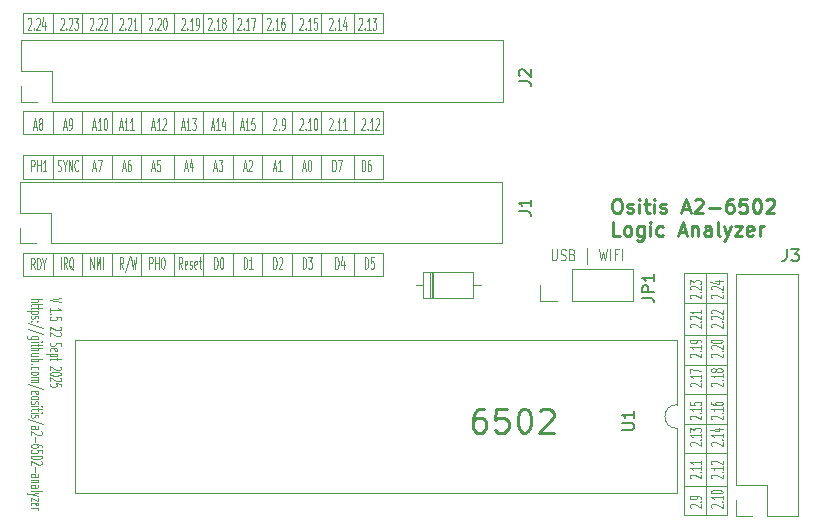
<source format=gbr>
%TF.GenerationSoftware,KiCad,Pcbnew,9.0.3*%
%TF.CreationDate,2025-09-22T10:34:38-04:00*%
%TF.ProjectId,6502-interposer,36353032-2d69-46e7-9465-72706f736572,rev?*%
%TF.SameCoordinates,Original*%
%TF.FileFunction,Legend,Top*%
%TF.FilePolarity,Positive*%
%FSLAX46Y46*%
G04 Gerber Fmt 4.6, Leading zero omitted, Abs format (unit mm)*
G04 Created by KiCad (PCBNEW 9.0.3) date 2025-09-22 10:34:38*
%MOMM*%
%LPD*%
G01*
G04 APERTURE LIST*
%ADD10C,0.100000*%
%ADD11C,0.250000*%
%ADD12C,0.150000*%
%ADD13C,0.120000*%
G04 APERTURE END LIST*
D10*
X106050000Y-75250000D02*
X102450000Y-75250000D01*
X49000000Y-50000000D02*
X49000000Y-52000000D01*
X49000000Y-38000000D02*
X49000000Y-39625000D01*
X69250000Y-50000000D02*
X69250000Y-52000000D01*
X54000000Y-58250000D02*
X54000000Y-60250000D01*
X69250000Y-58250000D02*
X69250000Y-60250000D01*
X106050000Y-65250000D02*
X102450000Y-65250000D01*
X71750000Y-46250000D02*
X71750000Y-48250000D01*
X106050000Y-60000000D02*
X102450000Y-60000000D01*
X51500000Y-58250000D02*
X51500000Y-60250000D01*
X106050000Y-72750000D02*
X102450000Y-72750000D01*
X56500000Y-50000000D02*
X56500000Y-52000000D01*
X54000000Y-46250000D02*
X54000000Y-48250000D01*
X46500000Y-60250000D02*
X46500000Y-58250000D01*
X59250000Y-46250000D02*
X59250000Y-48250000D01*
X66750000Y-50000000D02*
X66750000Y-52000000D01*
X56500000Y-38000000D02*
X56500000Y-39625000D01*
X61750000Y-38000000D02*
X61750000Y-39625000D01*
X66750000Y-58250000D02*
X66750000Y-60250000D01*
X59250000Y-58250000D02*
X59250000Y-60250000D01*
X106050000Y-67750000D02*
X102450000Y-67750000D01*
X74500000Y-50000000D02*
X74500000Y-52000000D01*
X77000000Y-52000000D02*
X46500000Y-52000000D01*
X54000000Y-38000000D02*
X54000000Y-39625000D01*
X71750000Y-38000000D02*
X71750000Y-39625000D01*
X102450000Y-60000000D02*
X102450000Y-80500000D01*
X64250000Y-46250000D02*
X64250000Y-48250000D01*
X51500000Y-38000000D02*
X51500000Y-39625000D01*
X56500000Y-46250000D02*
X56500000Y-48250000D01*
X74500000Y-38000000D02*
X74500000Y-39625000D01*
X56500000Y-58250000D02*
X56500000Y-60250000D01*
X61750000Y-46250000D02*
X61750000Y-48250000D01*
X49000000Y-46250000D02*
X49000000Y-48250000D01*
X64250000Y-58250000D02*
X64250000Y-60250000D01*
X61750000Y-58250000D02*
X61750000Y-60250000D01*
X106050000Y-60000000D02*
X106050000Y-80500000D01*
X77000000Y-48250000D02*
X46500000Y-48250000D01*
X74500000Y-58250000D02*
X74500000Y-60250000D01*
X69250000Y-46250000D02*
X69250000Y-48250000D01*
X51500000Y-50000000D02*
X51500000Y-52000000D01*
X77000000Y-46250000D02*
X77000000Y-48250000D01*
X106050000Y-78000000D02*
X102450000Y-78000000D01*
X51500000Y-46250000D02*
X51500000Y-48250000D01*
X46500000Y-52000000D02*
X46500000Y-50000000D01*
X74500000Y-46250000D02*
X74500000Y-48250000D01*
X61750000Y-50000000D02*
X61750000Y-52000000D01*
X46500000Y-48250000D02*
X46500000Y-46250000D01*
X59250000Y-38000000D02*
X59250000Y-39625000D01*
X46500000Y-46250000D02*
X77000000Y-46250000D01*
X106050000Y-70250000D02*
X102450000Y-70250000D01*
X64250000Y-38000000D02*
X64250000Y-39625000D01*
X77000000Y-50000000D02*
X77000000Y-52000000D01*
X106050000Y-80500000D02*
X102450000Y-80500000D01*
X66750000Y-46250000D02*
X66750000Y-48250000D01*
X64250000Y-50000000D02*
X64250000Y-52000000D01*
X46500000Y-39625000D02*
X46500000Y-38000000D01*
X49000000Y-58250000D02*
X49000000Y-60250000D01*
X71750000Y-58250000D02*
X71750000Y-60250000D01*
X71750000Y-50000000D02*
X71750000Y-52000000D01*
X46500000Y-38000000D02*
X77000000Y-38000000D01*
X66750000Y-38000000D02*
X66750000Y-39625000D01*
X54000000Y-50000000D02*
X54000000Y-52000000D01*
X77000000Y-39625000D02*
X46500000Y-39625000D01*
X77000000Y-38000000D02*
X77000000Y-39625000D01*
X69250000Y-38000000D02*
X69250000Y-39625000D01*
X104300000Y-60000000D02*
X104300000Y-80500000D01*
X77000000Y-60250000D02*
X46500000Y-60250000D01*
X106050000Y-62500000D02*
X102450000Y-62500000D01*
X46500000Y-50000000D02*
X77000000Y-50000000D01*
X59250000Y-50000000D02*
X59250000Y-52000000D01*
X77000000Y-58250000D02*
X77000000Y-60250000D01*
X46500000Y-58250000D02*
X77000000Y-58250000D01*
X52411027Y-47586704D02*
X52649122Y-47586704D01*
X52363408Y-47872419D02*
X52530074Y-46872419D01*
X52530074Y-46872419D02*
X52696741Y-47872419D01*
X53125312Y-47872419D02*
X52839598Y-47872419D01*
X52982455Y-47872419D02*
X52982455Y-46872419D01*
X52982455Y-46872419D02*
X52934836Y-47015276D01*
X52934836Y-47015276D02*
X52887217Y-47110514D01*
X52887217Y-47110514D02*
X52839598Y-47158133D01*
X53434835Y-46872419D02*
X53482454Y-46872419D01*
X53482454Y-46872419D02*
X53530073Y-46920038D01*
X53530073Y-46920038D02*
X53553883Y-46967657D01*
X53553883Y-46967657D02*
X53577692Y-47062895D01*
X53577692Y-47062895D02*
X53601502Y-47253371D01*
X53601502Y-47253371D02*
X53601502Y-47491466D01*
X53601502Y-47491466D02*
X53577692Y-47681942D01*
X53577692Y-47681942D02*
X53553883Y-47777180D01*
X53553883Y-47777180D02*
X53530073Y-47824800D01*
X53530073Y-47824800D02*
X53482454Y-47872419D01*
X53482454Y-47872419D02*
X53434835Y-47872419D01*
X53434835Y-47872419D02*
X53387216Y-47824800D01*
X53387216Y-47824800D02*
X53363407Y-47777180D01*
X53363407Y-47777180D02*
X53339597Y-47681942D01*
X53339597Y-47681942D02*
X53315788Y-47491466D01*
X53315788Y-47491466D02*
X53315788Y-47253371D01*
X53315788Y-47253371D02*
X53339597Y-47062895D01*
X53339597Y-47062895D02*
X53363407Y-46967657D01*
X53363407Y-46967657D02*
X53387216Y-46920038D01*
X53387216Y-46920038D02*
X53434835Y-46872419D01*
X103017657Y-67088972D02*
X102970038Y-67065163D01*
X102970038Y-67065163D02*
X102922419Y-67017544D01*
X102922419Y-67017544D02*
X102922419Y-66898496D01*
X102922419Y-66898496D02*
X102970038Y-66850877D01*
X102970038Y-66850877D02*
X103017657Y-66827068D01*
X103017657Y-66827068D02*
X103112895Y-66803258D01*
X103112895Y-66803258D02*
X103208133Y-66803258D01*
X103208133Y-66803258D02*
X103350990Y-66827068D01*
X103350990Y-66827068D02*
X103922419Y-67112782D01*
X103922419Y-67112782D02*
X103922419Y-66803258D01*
X103827180Y-66588973D02*
X103874800Y-66565163D01*
X103874800Y-66565163D02*
X103922419Y-66588973D01*
X103922419Y-66588973D02*
X103874800Y-66612782D01*
X103874800Y-66612782D02*
X103827180Y-66588973D01*
X103827180Y-66588973D02*
X103922419Y-66588973D01*
X103922419Y-66088973D02*
X103922419Y-66374687D01*
X103922419Y-66231830D02*
X102922419Y-66231830D01*
X102922419Y-66231830D02*
X103065276Y-66279449D01*
X103065276Y-66279449D02*
X103160514Y-66327068D01*
X103160514Y-66327068D02*
X103208133Y-66374687D01*
X103922419Y-65850878D02*
X103922419Y-65755640D01*
X103922419Y-65755640D02*
X103874800Y-65708021D01*
X103874800Y-65708021D02*
X103827180Y-65684212D01*
X103827180Y-65684212D02*
X103684323Y-65636593D01*
X103684323Y-65636593D02*
X103493847Y-65612783D01*
X103493847Y-65612783D02*
X103112895Y-65612783D01*
X103112895Y-65612783D02*
X103017657Y-65636593D01*
X103017657Y-65636593D02*
X102970038Y-65660402D01*
X102970038Y-65660402D02*
X102922419Y-65708021D01*
X102922419Y-65708021D02*
X102922419Y-65803259D01*
X102922419Y-65803259D02*
X102970038Y-65850878D01*
X102970038Y-65850878D02*
X103017657Y-65874688D01*
X103017657Y-65874688D02*
X103112895Y-65898497D01*
X103112895Y-65898497D02*
X103350990Y-65898497D01*
X103350990Y-65898497D02*
X103446228Y-65874688D01*
X103446228Y-65874688D02*
X103493847Y-65850878D01*
X103493847Y-65850878D02*
X103541466Y-65803259D01*
X103541466Y-65803259D02*
X103541466Y-65708021D01*
X103541466Y-65708021D02*
X103493847Y-65660402D01*
X103493847Y-65660402D02*
X103446228Y-65636593D01*
X103446228Y-65636593D02*
X103350990Y-65612783D01*
X47184836Y-51372419D02*
X47184836Y-50372419D01*
X47184836Y-50372419D02*
X47375312Y-50372419D01*
X47375312Y-50372419D02*
X47422931Y-50420038D01*
X47422931Y-50420038D02*
X47446741Y-50467657D01*
X47446741Y-50467657D02*
X47470550Y-50562895D01*
X47470550Y-50562895D02*
X47470550Y-50705752D01*
X47470550Y-50705752D02*
X47446741Y-50800990D01*
X47446741Y-50800990D02*
X47422931Y-50848609D01*
X47422931Y-50848609D02*
X47375312Y-50896228D01*
X47375312Y-50896228D02*
X47184836Y-50896228D01*
X47684836Y-51372419D02*
X47684836Y-50372419D01*
X47684836Y-50848609D02*
X47970550Y-50848609D01*
X47970550Y-51372419D02*
X47970550Y-50372419D01*
X48470551Y-51372419D02*
X48184837Y-51372419D01*
X48327694Y-51372419D02*
X48327694Y-50372419D01*
X48327694Y-50372419D02*
X48280075Y-50515276D01*
X48280075Y-50515276D02*
X48232456Y-50610514D01*
X48232456Y-50610514D02*
X48184837Y-50658133D01*
X72411027Y-38467657D02*
X72434836Y-38420038D01*
X72434836Y-38420038D02*
X72482455Y-38372419D01*
X72482455Y-38372419D02*
X72601503Y-38372419D01*
X72601503Y-38372419D02*
X72649122Y-38420038D01*
X72649122Y-38420038D02*
X72672931Y-38467657D01*
X72672931Y-38467657D02*
X72696741Y-38562895D01*
X72696741Y-38562895D02*
X72696741Y-38658133D01*
X72696741Y-38658133D02*
X72672931Y-38800990D01*
X72672931Y-38800990D02*
X72387217Y-39372419D01*
X72387217Y-39372419D02*
X72696741Y-39372419D01*
X72911026Y-39277180D02*
X72934836Y-39324800D01*
X72934836Y-39324800D02*
X72911026Y-39372419D01*
X72911026Y-39372419D02*
X72887217Y-39324800D01*
X72887217Y-39324800D02*
X72911026Y-39277180D01*
X72911026Y-39277180D02*
X72911026Y-39372419D01*
X73411026Y-39372419D02*
X73125312Y-39372419D01*
X73268169Y-39372419D02*
X73268169Y-38372419D01*
X73268169Y-38372419D02*
X73220550Y-38515276D01*
X73220550Y-38515276D02*
X73172931Y-38610514D01*
X73172931Y-38610514D02*
X73125312Y-38658133D01*
X73839597Y-38705752D02*
X73839597Y-39372419D01*
X73720549Y-38324800D02*
X73601502Y-39039085D01*
X73601502Y-39039085D02*
X73911025Y-39039085D01*
X103017657Y-74588972D02*
X102970038Y-74565163D01*
X102970038Y-74565163D02*
X102922419Y-74517544D01*
X102922419Y-74517544D02*
X102922419Y-74398496D01*
X102922419Y-74398496D02*
X102970038Y-74350877D01*
X102970038Y-74350877D02*
X103017657Y-74327068D01*
X103017657Y-74327068D02*
X103112895Y-74303258D01*
X103112895Y-74303258D02*
X103208133Y-74303258D01*
X103208133Y-74303258D02*
X103350990Y-74327068D01*
X103350990Y-74327068D02*
X103922419Y-74612782D01*
X103922419Y-74612782D02*
X103922419Y-74303258D01*
X103827180Y-74088973D02*
X103874800Y-74065163D01*
X103874800Y-74065163D02*
X103922419Y-74088973D01*
X103922419Y-74088973D02*
X103874800Y-74112782D01*
X103874800Y-74112782D02*
X103827180Y-74088973D01*
X103827180Y-74088973D02*
X103922419Y-74088973D01*
X103922419Y-73588973D02*
X103922419Y-73874687D01*
X103922419Y-73731830D02*
X102922419Y-73731830D01*
X102922419Y-73731830D02*
X103065276Y-73779449D01*
X103065276Y-73779449D02*
X103160514Y-73827068D01*
X103160514Y-73827068D02*
X103208133Y-73874687D01*
X102922419Y-73422307D02*
X102922419Y-73112783D01*
X102922419Y-73112783D02*
X103303371Y-73279450D01*
X103303371Y-73279450D02*
X103303371Y-73208021D01*
X103303371Y-73208021D02*
X103350990Y-73160402D01*
X103350990Y-73160402D02*
X103398609Y-73136593D01*
X103398609Y-73136593D02*
X103493847Y-73112783D01*
X103493847Y-73112783D02*
X103731942Y-73112783D01*
X103731942Y-73112783D02*
X103827180Y-73136593D01*
X103827180Y-73136593D02*
X103874800Y-73160402D01*
X103874800Y-73160402D02*
X103922419Y-73208021D01*
X103922419Y-73208021D02*
X103922419Y-73350878D01*
X103922419Y-73350878D02*
X103874800Y-73398497D01*
X103874800Y-73398497D02*
X103827180Y-73422307D01*
X75161027Y-46967657D02*
X75184836Y-46920038D01*
X75184836Y-46920038D02*
X75232455Y-46872419D01*
X75232455Y-46872419D02*
X75351503Y-46872419D01*
X75351503Y-46872419D02*
X75399122Y-46920038D01*
X75399122Y-46920038D02*
X75422931Y-46967657D01*
X75422931Y-46967657D02*
X75446741Y-47062895D01*
X75446741Y-47062895D02*
X75446741Y-47158133D01*
X75446741Y-47158133D02*
X75422931Y-47300990D01*
X75422931Y-47300990D02*
X75137217Y-47872419D01*
X75137217Y-47872419D02*
X75446741Y-47872419D01*
X75661026Y-47777180D02*
X75684836Y-47824800D01*
X75684836Y-47824800D02*
X75661026Y-47872419D01*
X75661026Y-47872419D02*
X75637217Y-47824800D01*
X75637217Y-47824800D02*
X75661026Y-47777180D01*
X75661026Y-47777180D02*
X75661026Y-47872419D01*
X76161026Y-47872419D02*
X75875312Y-47872419D01*
X76018169Y-47872419D02*
X76018169Y-46872419D01*
X76018169Y-46872419D02*
X75970550Y-47015276D01*
X75970550Y-47015276D02*
X75922931Y-47110514D01*
X75922931Y-47110514D02*
X75875312Y-47158133D01*
X76351502Y-46967657D02*
X76375311Y-46920038D01*
X76375311Y-46920038D02*
X76422930Y-46872419D01*
X76422930Y-46872419D02*
X76541978Y-46872419D01*
X76541978Y-46872419D02*
X76589597Y-46920038D01*
X76589597Y-46920038D02*
X76613406Y-46967657D01*
X76613406Y-46967657D02*
X76637216Y-47062895D01*
X76637216Y-47062895D02*
X76637216Y-47158133D01*
X76637216Y-47158133D02*
X76613406Y-47300990D01*
X76613406Y-47300990D02*
X76327692Y-47872419D01*
X76327692Y-47872419D02*
X76637216Y-47872419D01*
X75434836Y-59622419D02*
X75434836Y-58622419D01*
X75434836Y-58622419D02*
X75553884Y-58622419D01*
X75553884Y-58622419D02*
X75625312Y-58670038D01*
X75625312Y-58670038D02*
X75672931Y-58765276D01*
X75672931Y-58765276D02*
X75696741Y-58860514D01*
X75696741Y-58860514D02*
X75720550Y-59050990D01*
X75720550Y-59050990D02*
X75720550Y-59193847D01*
X75720550Y-59193847D02*
X75696741Y-59384323D01*
X75696741Y-59384323D02*
X75672931Y-59479561D01*
X75672931Y-59479561D02*
X75625312Y-59574800D01*
X75625312Y-59574800D02*
X75553884Y-59622419D01*
X75553884Y-59622419D02*
X75434836Y-59622419D01*
X76172931Y-58622419D02*
X75934836Y-58622419D01*
X75934836Y-58622419D02*
X75911027Y-59098609D01*
X75911027Y-59098609D02*
X75934836Y-59050990D01*
X75934836Y-59050990D02*
X75982455Y-59003371D01*
X75982455Y-59003371D02*
X76101503Y-59003371D01*
X76101503Y-59003371D02*
X76149122Y-59050990D01*
X76149122Y-59050990D02*
X76172931Y-59098609D01*
X76172931Y-59098609D02*
X76196741Y-59193847D01*
X76196741Y-59193847D02*
X76196741Y-59431942D01*
X76196741Y-59431942D02*
X76172931Y-59527180D01*
X76172931Y-59527180D02*
X76149122Y-59574800D01*
X76149122Y-59574800D02*
X76101503Y-59622419D01*
X76101503Y-59622419D02*
X75982455Y-59622419D01*
X75982455Y-59622419D02*
X75934836Y-59574800D01*
X75934836Y-59574800D02*
X75911027Y-59527180D01*
X59911027Y-47586704D02*
X60149122Y-47586704D01*
X59863408Y-47872419D02*
X60030074Y-46872419D01*
X60030074Y-46872419D02*
X60196741Y-47872419D01*
X60625312Y-47872419D02*
X60339598Y-47872419D01*
X60482455Y-47872419D02*
X60482455Y-46872419D01*
X60482455Y-46872419D02*
X60434836Y-47015276D01*
X60434836Y-47015276D02*
X60387217Y-47110514D01*
X60387217Y-47110514D02*
X60339598Y-47158133D01*
X60791978Y-46872419D02*
X61101502Y-46872419D01*
X61101502Y-46872419D02*
X60934835Y-47253371D01*
X60934835Y-47253371D02*
X61006264Y-47253371D01*
X61006264Y-47253371D02*
X61053883Y-47300990D01*
X61053883Y-47300990D02*
X61077692Y-47348609D01*
X61077692Y-47348609D02*
X61101502Y-47443847D01*
X61101502Y-47443847D02*
X61101502Y-47681942D01*
X61101502Y-47681942D02*
X61077692Y-47777180D01*
X61077692Y-47777180D02*
X61053883Y-47824800D01*
X61053883Y-47824800D02*
X61006264Y-47872419D01*
X61006264Y-47872419D02*
X60863407Y-47872419D01*
X60863407Y-47872419D02*
X60815788Y-47824800D01*
X60815788Y-47824800D02*
X60791978Y-47777180D01*
X70184836Y-59622419D02*
X70184836Y-58622419D01*
X70184836Y-58622419D02*
X70303884Y-58622419D01*
X70303884Y-58622419D02*
X70375312Y-58670038D01*
X70375312Y-58670038D02*
X70422931Y-58765276D01*
X70422931Y-58765276D02*
X70446741Y-58860514D01*
X70446741Y-58860514D02*
X70470550Y-59050990D01*
X70470550Y-59050990D02*
X70470550Y-59193847D01*
X70470550Y-59193847D02*
X70446741Y-59384323D01*
X70446741Y-59384323D02*
X70422931Y-59479561D01*
X70422931Y-59479561D02*
X70375312Y-59574800D01*
X70375312Y-59574800D02*
X70303884Y-59622419D01*
X70303884Y-59622419D02*
X70184836Y-59622419D01*
X70637217Y-58622419D02*
X70946741Y-58622419D01*
X70946741Y-58622419D02*
X70780074Y-59003371D01*
X70780074Y-59003371D02*
X70851503Y-59003371D01*
X70851503Y-59003371D02*
X70899122Y-59050990D01*
X70899122Y-59050990D02*
X70922931Y-59098609D01*
X70922931Y-59098609D02*
X70946741Y-59193847D01*
X70946741Y-59193847D02*
X70946741Y-59431942D01*
X70946741Y-59431942D02*
X70922931Y-59527180D01*
X70922931Y-59527180D02*
X70899122Y-59574800D01*
X70899122Y-59574800D02*
X70851503Y-59622419D01*
X70851503Y-59622419D02*
X70708646Y-59622419D01*
X70708646Y-59622419D02*
X70661027Y-59574800D01*
X70661027Y-59574800D02*
X70637217Y-59527180D01*
X69911027Y-38467657D02*
X69934836Y-38420038D01*
X69934836Y-38420038D02*
X69982455Y-38372419D01*
X69982455Y-38372419D02*
X70101503Y-38372419D01*
X70101503Y-38372419D02*
X70149122Y-38420038D01*
X70149122Y-38420038D02*
X70172931Y-38467657D01*
X70172931Y-38467657D02*
X70196741Y-38562895D01*
X70196741Y-38562895D02*
X70196741Y-38658133D01*
X70196741Y-38658133D02*
X70172931Y-38800990D01*
X70172931Y-38800990D02*
X69887217Y-39372419D01*
X69887217Y-39372419D02*
X70196741Y-39372419D01*
X70411026Y-39277180D02*
X70434836Y-39324800D01*
X70434836Y-39324800D02*
X70411026Y-39372419D01*
X70411026Y-39372419D02*
X70387217Y-39324800D01*
X70387217Y-39324800D02*
X70411026Y-39277180D01*
X70411026Y-39277180D02*
X70411026Y-39372419D01*
X70911026Y-39372419D02*
X70625312Y-39372419D01*
X70768169Y-39372419D02*
X70768169Y-38372419D01*
X70768169Y-38372419D02*
X70720550Y-38515276D01*
X70720550Y-38515276D02*
X70672931Y-38610514D01*
X70672931Y-38610514D02*
X70625312Y-38658133D01*
X71363406Y-38372419D02*
X71125311Y-38372419D01*
X71125311Y-38372419D02*
X71101502Y-38848609D01*
X71101502Y-38848609D02*
X71125311Y-38800990D01*
X71125311Y-38800990D02*
X71172930Y-38753371D01*
X71172930Y-38753371D02*
X71291978Y-38753371D01*
X71291978Y-38753371D02*
X71339597Y-38800990D01*
X71339597Y-38800990D02*
X71363406Y-38848609D01*
X71363406Y-38848609D02*
X71387216Y-38943847D01*
X71387216Y-38943847D02*
X71387216Y-39181942D01*
X71387216Y-39181942D02*
X71363406Y-39277180D01*
X71363406Y-39277180D02*
X71339597Y-39324800D01*
X71339597Y-39324800D02*
X71291978Y-39372419D01*
X71291978Y-39372419D02*
X71172930Y-39372419D01*
X71172930Y-39372419D02*
X71125311Y-39324800D01*
X71125311Y-39324800D02*
X71101502Y-39277180D01*
X52184836Y-59622419D02*
X52184836Y-58622419D01*
X52184836Y-58622419D02*
X52470550Y-59622419D01*
X52470550Y-59622419D02*
X52470550Y-58622419D01*
X52708646Y-59622419D02*
X52708646Y-58622419D01*
X52708646Y-58622419D02*
X52875313Y-59336704D01*
X52875313Y-59336704D02*
X53041979Y-58622419D01*
X53041979Y-58622419D02*
X53041979Y-59622419D01*
X53280075Y-59622419D02*
X53280075Y-58622419D01*
X64911027Y-47586704D02*
X65149122Y-47586704D01*
X64863408Y-47872419D02*
X65030074Y-46872419D01*
X65030074Y-46872419D02*
X65196741Y-47872419D01*
X65625312Y-47872419D02*
X65339598Y-47872419D01*
X65482455Y-47872419D02*
X65482455Y-46872419D01*
X65482455Y-46872419D02*
X65434836Y-47015276D01*
X65434836Y-47015276D02*
X65387217Y-47110514D01*
X65387217Y-47110514D02*
X65339598Y-47158133D01*
X66077692Y-46872419D02*
X65839597Y-46872419D01*
X65839597Y-46872419D02*
X65815788Y-47348609D01*
X65815788Y-47348609D02*
X65839597Y-47300990D01*
X65839597Y-47300990D02*
X65887216Y-47253371D01*
X65887216Y-47253371D02*
X66006264Y-47253371D01*
X66006264Y-47253371D02*
X66053883Y-47300990D01*
X66053883Y-47300990D02*
X66077692Y-47348609D01*
X66077692Y-47348609D02*
X66101502Y-47443847D01*
X66101502Y-47443847D02*
X66101502Y-47681942D01*
X66101502Y-47681942D02*
X66077692Y-47777180D01*
X66077692Y-47777180D02*
X66053883Y-47824800D01*
X66053883Y-47824800D02*
X66006264Y-47872419D01*
X66006264Y-47872419D02*
X65887216Y-47872419D01*
X65887216Y-47872419D02*
X65839597Y-47824800D01*
X65839597Y-47824800D02*
X65815788Y-47777180D01*
X69911027Y-46967657D02*
X69934836Y-46920038D01*
X69934836Y-46920038D02*
X69982455Y-46872419D01*
X69982455Y-46872419D02*
X70101503Y-46872419D01*
X70101503Y-46872419D02*
X70149122Y-46920038D01*
X70149122Y-46920038D02*
X70172931Y-46967657D01*
X70172931Y-46967657D02*
X70196741Y-47062895D01*
X70196741Y-47062895D02*
X70196741Y-47158133D01*
X70196741Y-47158133D02*
X70172931Y-47300990D01*
X70172931Y-47300990D02*
X69887217Y-47872419D01*
X69887217Y-47872419D02*
X70196741Y-47872419D01*
X70411026Y-47777180D02*
X70434836Y-47824800D01*
X70434836Y-47824800D02*
X70411026Y-47872419D01*
X70411026Y-47872419D02*
X70387217Y-47824800D01*
X70387217Y-47824800D02*
X70411026Y-47777180D01*
X70411026Y-47777180D02*
X70411026Y-47872419D01*
X70911026Y-47872419D02*
X70625312Y-47872419D01*
X70768169Y-47872419D02*
X70768169Y-46872419D01*
X70768169Y-46872419D02*
X70720550Y-47015276D01*
X70720550Y-47015276D02*
X70672931Y-47110514D01*
X70672931Y-47110514D02*
X70625312Y-47158133D01*
X71220549Y-46872419D02*
X71268168Y-46872419D01*
X71268168Y-46872419D02*
X71315787Y-46920038D01*
X71315787Y-46920038D02*
X71339597Y-46967657D01*
X71339597Y-46967657D02*
X71363406Y-47062895D01*
X71363406Y-47062895D02*
X71387216Y-47253371D01*
X71387216Y-47253371D02*
X71387216Y-47491466D01*
X71387216Y-47491466D02*
X71363406Y-47681942D01*
X71363406Y-47681942D02*
X71339597Y-47777180D01*
X71339597Y-47777180D02*
X71315787Y-47824800D01*
X71315787Y-47824800D02*
X71268168Y-47872419D01*
X71268168Y-47872419D02*
X71220549Y-47872419D01*
X71220549Y-47872419D02*
X71172930Y-47824800D01*
X71172930Y-47824800D02*
X71149121Y-47777180D01*
X71149121Y-47777180D02*
X71125311Y-47681942D01*
X71125311Y-47681942D02*
X71101502Y-47491466D01*
X71101502Y-47491466D02*
X71101502Y-47253371D01*
X71101502Y-47253371D02*
X71125311Y-47062895D01*
X71125311Y-47062895D02*
X71149121Y-46967657D01*
X71149121Y-46967657D02*
X71172930Y-46920038D01*
X71172930Y-46920038D02*
X71220549Y-46872419D01*
X54661027Y-38467657D02*
X54684836Y-38420038D01*
X54684836Y-38420038D02*
X54732455Y-38372419D01*
X54732455Y-38372419D02*
X54851503Y-38372419D01*
X54851503Y-38372419D02*
X54899122Y-38420038D01*
X54899122Y-38420038D02*
X54922931Y-38467657D01*
X54922931Y-38467657D02*
X54946741Y-38562895D01*
X54946741Y-38562895D02*
X54946741Y-38658133D01*
X54946741Y-38658133D02*
X54922931Y-38800990D01*
X54922931Y-38800990D02*
X54637217Y-39372419D01*
X54637217Y-39372419D02*
X54946741Y-39372419D01*
X55161026Y-39277180D02*
X55184836Y-39324800D01*
X55184836Y-39324800D02*
X55161026Y-39372419D01*
X55161026Y-39372419D02*
X55137217Y-39324800D01*
X55137217Y-39324800D02*
X55161026Y-39277180D01*
X55161026Y-39277180D02*
X55161026Y-39372419D01*
X55375312Y-38467657D02*
X55399121Y-38420038D01*
X55399121Y-38420038D02*
X55446740Y-38372419D01*
X55446740Y-38372419D02*
X55565788Y-38372419D01*
X55565788Y-38372419D02*
X55613407Y-38420038D01*
X55613407Y-38420038D02*
X55637216Y-38467657D01*
X55637216Y-38467657D02*
X55661026Y-38562895D01*
X55661026Y-38562895D02*
X55661026Y-38658133D01*
X55661026Y-38658133D02*
X55637216Y-38800990D01*
X55637216Y-38800990D02*
X55351502Y-39372419D01*
X55351502Y-39372419D02*
X55661026Y-39372419D01*
X56137216Y-39372419D02*
X55851502Y-39372419D01*
X55994359Y-39372419D02*
X55994359Y-38372419D01*
X55994359Y-38372419D02*
X55946740Y-38515276D01*
X55946740Y-38515276D02*
X55899121Y-38610514D01*
X55899121Y-38610514D02*
X55851502Y-38658133D01*
X49684836Y-59622419D02*
X49684836Y-58622419D01*
X50208645Y-59622419D02*
X50041979Y-59146228D01*
X49922931Y-59622419D02*
X49922931Y-58622419D01*
X49922931Y-58622419D02*
X50113407Y-58622419D01*
X50113407Y-58622419D02*
X50161026Y-58670038D01*
X50161026Y-58670038D02*
X50184836Y-58717657D01*
X50184836Y-58717657D02*
X50208645Y-58812895D01*
X50208645Y-58812895D02*
X50208645Y-58955752D01*
X50208645Y-58955752D02*
X50184836Y-59050990D01*
X50184836Y-59050990D02*
X50161026Y-59098609D01*
X50161026Y-59098609D02*
X50113407Y-59146228D01*
X50113407Y-59146228D02*
X49922931Y-59146228D01*
X50756264Y-59717657D02*
X50708645Y-59670038D01*
X50708645Y-59670038D02*
X50661026Y-59574800D01*
X50661026Y-59574800D02*
X50589598Y-59431942D01*
X50589598Y-59431942D02*
X50541979Y-59384323D01*
X50541979Y-59384323D02*
X50494360Y-59384323D01*
X50518169Y-59622419D02*
X50470550Y-59574800D01*
X50470550Y-59574800D02*
X50422931Y-59479561D01*
X50422931Y-59479561D02*
X50399122Y-59289085D01*
X50399122Y-59289085D02*
X50399122Y-58955752D01*
X50399122Y-58955752D02*
X50422931Y-58765276D01*
X50422931Y-58765276D02*
X50470550Y-58670038D01*
X50470550Y-58670038D02*
X50518169Y-58622419D01*
X50518169Y-58622419D02*
X50613407Y-58622419D01*
X50613407Y-58622419D02*
X50661026Y-58670038D01*
X50661026Y-58670038D02*
X50708645Y-58765276D01*
X50708645Y-58765276D02*
X50732455Y-58955752D01*
X50732455Y-58955752D02*
X50732455Y-59289085D01*
X50732455Y-59289085D02*
X50708645Y-59479561D01*
X50708645Y-59479561D02*
X50661026Y-59574800D01*
X50661026Y-59574800D02*
X50613407Y-59622419D01*
X50613407Y-59622419D02*
X50518169Y-59622419D01*
D11*
X96678758Y-53708209D02*
X96907330Y-53708209D01*
X96907330Y-53708209D02*
X97021615Y-53765352D01*
X97021615Y-53765352D02*
X97135901Y-53879638D01*
X97135901Y-53879638D02*
X97193044Y-54108209D01*
X97193044Y-54108209D02*
X97193044Y-54508209D01*
X97193044Y-54508209D02*
X97135901Y-54736781D01*
X97135901Y-54736781D02*
X97021615Y-54851067D01*
X97021615Y-54851067D02*
X96907330Y-54908209D01*
X96907330Y-54908209D02*
X96678758Y-54908209D01*
X96678758Y-54908209D02*
X96564473Y-54851067D01*
X96564473Y-54851067D02*
X96450187Y-54736781D01*
X96450187Y-54736781D02*
X96393044Y-54508209D01*
X96393044Y-54508209D02*
X96393044Y-54108209D01*
X96393044Y-54108209D02*
X96450187Y-53879638D01*
X96450187Y-53879638D02*
X96564473Y-53765352D01*
X96564473Y-53765352D02*
X96678758Y-53708209D01*
X97650187Y-54851067D02*
X97764473Y-54908209D01*
X97764473Y-54908209D02*
X97993044Y-54908209D01*
X97993044Y-54908209D02*
X98107330Y-54851067D01*
X98107330Y-54851067D02*
X98164473Y-54736781D01*
X98164473Y-54736781D02*
X98164473Y-54679638D01*
X98164473Y-54679638D02*
X98107330Y-54565352D01*
X98107330Y-54565352D02*
X97993044Y-54508209D01*
X97993044Y-54508209D02*
X97821616Y-54508209D01*
X97821616Y-54508209D02*
X97707330Y-54451067D01*
X97707330Y-54451067D02*
X97650187Y-54336781D01*
X97650187Y-54336781D02*
X97650187Y-54279638D01*
X97650187Y-54279638D02*
X97707330Y-54165352D01*
X97707330Y-54165352D02*
X97821616Y-54108209D01*
X97821616Y-54108209D02*
X97993044Y-54108209D01*
X97993044Y-54108209D02*
X98107330Y-54165352D01*
X98678759Y-54908209D02*
X98678759Y-54108209D01*
X98678759Y-53708209D02*
X98621616Y-53765352D01*
X98621616Y-53765352D02*
X98678759Y-53822495D01*
X98678759Y-53822495D02*
X98735902Y-53765352D01*
X98735902Y-53765352D02*
X98678759Y-53708209D01*
X98678759Y-53708209D02*
X98678759Y-53822495D01*
X99078759Y-54108209D02*
X99535902Y-54108209D01*
X99250188Y-53708209D02*
X99250188Y-54736781D01*
X99250188Y-54736781D02*
X99307331Y-54851067D01*
X99307331Y-54851067D02*
X99421616Y-54908209D01*
X99421616Y-54908209D02*
X99535902Y-54908209D01*
X99935902Y-54908209D02*
X99935902Y-54108209D01*
X99935902Y-53708209D02*
X99878759Y-53765352D01*
X99878759Y-53765352D02*
X99935902Y-53822495D01*
X99935902Y-53822495D02*
X99993045Y-53765352D01*
X99993045Y-53765352D02*
X99935902Y-53708209D01*
X99935902Y-53708209D02*
X99935902Y-53822495D01*
X100450188Y-54851067D02*
X100564474Y-54908209D01*
X100564474Y-54908209D02*
X100793045Y-54908209D01*
X100793045Y-54908209D02*
X100907331Y-54851067D01*
X100907331Y-54851067D02*
X100964474Y-54736781D01*
X100964474Y-54736781D02*
X100964474Y-54679638D01*
X100964474Y-54679638D02*
X100907331Y-54565352D01*
X100907331Y-54565352D02*
X100793045Y-54508209D01*
X100793045Y-54508209D02*
X100621617Y-54508209D01*
X100621617Y-54508209D02*
X100507331Y-54451067D01*
X100507331Y-54451067D02*
X100450188Y-54336781D01*
X100450188Y-54336781D02*
X100450188Y-54279638D01*
X100450188Y-54279638D02*
X100507331Y-54165352D01*
X100507331Y-54165352D02*
X100621617Y-54108209D01*
X100621617Y-54108209D02*
X100793045Y-54108209D01*
X100793045Y-54108209D02*
X100907331Y-54165352D01*
X102335903Y-54565352D02*
X102907332Y-54565352D01*
X102221617Y-54908209D02*
X102621617Y-53708209D01*
X102621617Y-53708209D02*
X103021617Y-54908209D01*
X103364474Y-53822495D02*
X103421617Y-53765352D01*
X103421617Y-53765352D02*
X103535903Y-53708209D01*
X103535903Y-53708209D02*
X103821617Y-53708209D01*
X103821617Y-53708209D02*
X103935903Y-53765352D01*
X103935903Y-53765352D02*
X103993045Y-53822495D01*
X103993045Y-53822495D02*
X104050188Y-53936781D01*
X104050188Y-53936781D02*
X104050188Y-54051067D01*
X104050188Y-54051067D02*
X103993045Y-54222495D01*
X103993045Y-54222495D02*
X103307331Y-54908209D01*
X103307331Y-54908209D02*
X104050188Y-54908209D01*
X104564474Y-54451067D02*
X105478760Y-54451067D01*
X106564474Y-53708209D02*
X106335902Y-53708209D01*
X106335902Y-53708209D02*
X106221616Y-53765352D01*
X106221616Y-53765352D02*
X106164474Y-53822495D01*
X106164474Y-53822495D02*
X106050188Y-53993924D01*
X106050188Y-53993924D02*
X105993045Y-54222495D01*
X105993045Y-54222495D02*
X105993045Y-54679638D01*
X105993045Y-54679638D02*
X106050188Y-54793924D01*
X106050188Y-54793924D02*
X106107331Y-54851067D01*
X106107331Y-54851067D02*
X106221616Y-54908209D01*
X106221616Y-54908209D02*
X106450188Y-54908209D01*
X106450188Y-54908209D02*
X106564474Y-54851067D01*
X106564474Y-54851067D02*
X106621616Y-54793924D01*
X106621616Y-54793924D02*
X106678759Y-54679638D01*
X106678759Y-54679638D02*
X106678759Y-54393924D01*
X106678759Y-54393924D02*
X106621616Y-54279638D01*
X106621616Y-54279638D02*
X106564474Y-54222495D01*
X106564474Y-54222495D02*
X106450188Y-54165352D01*
X106450188Y-54165352D02*
X106221616Y-54165352D01*
X106221616Y-54165352D02*
X106107331Y-54222495D01*
X106107331Y-54222495D02*
X106050188Y-54279638D01*
X106050188Y-54279638D02*
X105993045Y-54393924D01*
X107764473Y-53708209D02*
X107193045Y-53708209D01*
X107193045Y-53708209D02*
X107135902Y-54279638D01*
X107135902Y-54279638D02*
X107193045Y-54222495D01*
X107193045Y-54222495D02*
X107307331Y-54165352D01*
X107307331Y-54165352D02*
X107593045Y-54165352D01*
X107593045Y-54165352D02*
X107707331Y-54222495D01*
X107707331Y-54222495D02*
X107764473Y-54279638D01*
X107764473Y-54279638D02*
X107821616Y-54393924D01*
X107821616Y-54393924D02*
X107821616Y-54679638D01*
X107821616Y-54679638D02*
X107764473Y-54793924D01*
X107764473Y-54793924D02*
X107707331Y-54851067D01*
X107707331Y-54851067D02*
X107593045Y-54908209D01*
X107593045Y-54908209D02*
X107307331Y-54908209D01*
X107307331Y-54908209D02*
X107193045Y-54851067D01*
X107193045Y-54851067D02*
X107135902Y-54793924D01*
X108564473Y-53708209D02*
X108678759Y-53708209D01*
X108678759Y-53708209D02*
X108793045Y-53765352D01*
X108793045Y-53765352D02*
X108850188Y-53822495D01*
X108850188Y-53822495D02*
X108907330Y-53936781D01*
X108907330Y-53936781D02*
X108964473Y-54165352D01*
X108964473Y-54165352D02*
X108964473Y-54451067D01*
X108964473Y-54451067D02*
X108907330Y-54679638D01*
X108907330Y-54679638D02*
X108850188Y-54793924D01*
X108850188Y-54793924D02*
X108793045Y-54851067D01*
X108793045Y-54851067D02*
X108678759Y-54908209D01*
X108678759Y-54908209D02*
X108564473Y-54908209D01*
X108564473Y-54908209D02*
X108450188Y-54851067D01*
X108450188Y-54851067D02*
X108393045Y-54793924D01*
X108393045Y-54793924D02*
X108335902Y-54679638D01*
X108335902Y-54679638D02*
X108278759Y-54451067D01*
X108278759Y-54451067D02*
X108278759Y-54165352D01*
X108278759Y-54165352D02*
X108335902Y-53936781D01*
X108335902Y-53936781D02*
X108393045Y-53822495D01*
X108393045Y-53822495D02*
X108450188Y-53765352D01*
X108450188Y-53765352D02*
X108564473Y-53708209D01*
X109421616Y-53822495D02*
X109478759Y-53765352D01*
X109478759Y-53765352D02*
X109593045Y-53708209D01*
X109593045Y-53708209D02*
X109878759Y-53708209D01*
X109878759Y-53708209D02*
X109993045Y-53765352D01*
X109993045Y-53765352D02*
X110050187Y-53822495D01*
X110050187Y-53822495D02*
X110107330Y-53936781D01*
X110107330Y-53936781D02*
X110107330Y-54051067D01*
X110107330Y-54051067D02*
X110050187Y-54222495D01*
X110050187Y-54222495D02*
X109364473Y-54908209D01*
X109364473Y-54908209D02*
X110107330Y-54908209D01*
X97021615Y-56840142D02*
X96450187Y-56840142D01*
X96450187Y-56840142D02*
X96450187Y-55640142D01*
X97593044Y-56840142D02*
X97478759Y-56783000D01*
X97478759Y-56783000D02*
X97421616Y-56725857D01*
X97421616Y-56725857D02*
X97364473Y-56611571D01*
X97364473Y-56611571D02*
X97364473Y-56268714D01*
X97364473Y-56268714D02*
X97421616Y-56154428D01*
X97421616Y-56154428D02*
X97478759Y-56097285D01*
X97478759Y-56097285D02*
X97593044Y-56040142D01*
X97593044Y-56040142D02*
X97764473Y-56040142D01*
X97764473Y-56040142D02*
X97878759Y-56097285D01*
X97878759Y-56097285D02*
X97935902Y-56154428D01*
X97935902Y-56154428D02*
X97993044Y-56268714D01*
X97993044Y-56268714D02*
X97993044Y-56611571D01*
X97993044Y-56611571D02*
X97935902Y-56725857D01*
X97935902Y-56725857D02*
X97878759Y-56783000D01*
X97878759Y-56783000D02*
X97764473Y-56840142D01*
X97764473Y-56840142D02*
X97593044Y-56840142D01*
X99021616Y-56040142D02*
X99021616Y-57011571D01*
X99021616Y-57011571D02*
X98964473Y-57125857D01*
X98964473Y-57125857D02*
X98907330Y-57183000D01*
X98907330Y-57183000D02*
X98793044Y-57240142D01*
X98793044Y-57240142D02*
X98621616Y-57240142D01*
X98621616Y-57240142D02*
X98507330Y-57183000D01*
X99021616Y-56783000D02*
X98907330Y-56840142D01*
X98907330Y-56840142D02*
X98678758Y-56840142D01*
X98678758Y-56840142D02*
X98564473Y-56783000D01*
X98564473Y-56783000D02*
X98507330Y-56725857D01*
X98507330Y-56725857D02*
X98450187Y-56611571D01*
X98450187Y-56611571D02*
X98450187Y-56268714D01*
X98450187Y-56268714D02*
X98507330Y-56154428D01*
X98507330Y-56154428D02*
X98564473Y-56097285D01*
X98564473Y-56097285D02*
X98678758Y-56040142D01*
X98678758Y-56040142D02*
X98907330Y-56040142D01*
X98907330Y-56040142D02*
X99021616Y-56097285D01*
X99593044Y-56840142D02*
X99593044Y-56040142D01*
X99593044Y-55640142D02*
X99535901Y-55697285D01*
X99535901Y-55697285D02*
X99593044Y-55754428D01*
X99593044Y-55754428D02*
X99650187Y-55697285D01*
X99650187Y-55697285D02*
X99593044Y-55640142D01*
X99593044Y-55640142D02*
X99593044Y-55754428D01*
X100678759Y-56783000D02*
X100564473Y-56840142D01*
X100564473Y-56840142D02*
X100335901Y-56840142D01*
X100335901Y-56840142D02*
X100221616Y-56783000D01*
X100221616Y-56783000D02*
X100164473Y-56725857D01*
X100164473Y-56725857D02*
X100107330Y-56611571D01*
X100107330Y-56611571D02*
X100107330Y-56268714D01*
X100107330Y-56268714D02*
X100164473Y-56154428D01*
X100164473Y-56154428D02*
X100221616Y-56097285D01*
X100221616Y-56097285D02*
X100335901Y-56040142D01*
X100335901Y-56040142D02*
X100564473Y-56040142D01*
X100564473Y-56040142D02*
X100678759Y-56097285D01*
X102050187Y-56497285D02*
X102621616Y-56497285D01*
X101935901Y-56840142D02*
X102335901Y-55640142D01*
X102335901Y-55640142D02*
X102735901Y-56840142D01*
X103135901Y-56040142D02*
X103135901Y-56840142D01*
X103135901Y-56154428D02*
X103193044Y-56097285D01*
X103193044Y-56097285D02*
X103307329Y-56040142D01*
X103307329Y-56040142D02*
X103478758Y-56040142D01*
X103478758Y-56040142D02*
X103593044Y-56097285D01*
X103593044Y-56097285D02*
X103650187Y-56211571D01*
X103650187Y-56211571D02*
X103650187Y-56840142D01*
X104735901Y-56840142D02*
X104735901Y-56211571D01*
X104735901Y-56211571D02*
X104678758Y-56097285D01*
X104678758Y-56097285D02*
X104564472Y-56040142D01*
X104564472Y-56040142D02*
X104335901Y-56040142D01*
X104335901Y-56040142D02*
X104221615Y-56097285D01*
X104735901Y-56783000D02*
X104621615Y-56840142D01*
X104621615Y-56840142D02*
X104335901Y-56840142D01*
X104335901Y-56840142D02*
X104221615Y-56783000D01*
X104221615Y-56783000D02*
X104164472Y-56668714D01*
X104164472Y-56668714D02*
X104164472Y-56554428D01*
X104164472Y-56554428D02*
X104221615Y-56440142D01*
X104221615Y-56440142D02*
X104335901Y-56383000D01*
X104335901Y-56383000D02*
X104621615Y-56383000D01*
X104621615Y-56383000D02*
X104735901Y-56325857D01*
X105478757Y-56840142D02*
X105364472Y-56783000D01*
X105364472Y-56783000D02*
X105307329Y-56668714D01*
X105307329Y-56668714D02*
X105307329Y-55640142D01*
X105821614Y-56040142D02*
X106107328Y-56840142D01*
X106393043Y-56040142D02*
X106107328Y-56840142D01*
X106107328Y-56840142D02*
X105993043Y-57125857D01*
X105993043Y-57125857D02*
X105935900Y-57183000D01*
X105935900Y-57183000D02*
X105821614Y-57240142D01*
X106735900Y-56040142D02*
X107364472Y-56040142D01*
X107364472Y-56040142D02*
X106735900Y-56840142D01*
X106735900Y-56840142D02*
X107364472Y-56840142D01*
X108278758Y-56783000D02*
X108164472Y-56840142D01*
X108164472Y-56840142D02*
X107935901Y-56840142D01*
X107935901Y-56840142D02*
X107821615Y-56783000D01*
X107821615Y-56783000D02*
X107764472Y-56668714D01*
X107764472Y-56668714D02*
X107764472Y-56211571D01*
X107764472Y-56211571D02*
X107821615Y-56097285D01*
X107821615Y-56097285D02*
X107935901Y-56040142D01*
X107935901Y-56040142D02*
X108164472Y-56040142D01*
X108164472Y-56040142D02*
X108278758Y-56097285D01*
X108278758Y-56097285D02*
X108335901Y-56211571D01*
X108335901Y-56211571D02*
X108335901Y-56325857D01*
X108335901Y-56325857D02*
X107764472Y-56440142D01*
X108850186Y-56840142D02*
X108850186Y-56040142D01*
X108850186Y-56268714D02*
X108907329Y-56154428D01*
X108907329Y-56154428D02*
X108964472Y-56097285D01*
X108964472Y-56097285D02*
X109078757Y-56040142D01*
X109078757Y-56040142D02*
X109193043Y-56040142D01*
D10*
X74911027Y-38467657D02*
X74934836Y-38420038D01*
X74934836Y-38420038D02*
X74982455Y-38372419D01*
X74982455Y-38372419D02*
X75101503Y-38372419D01*
X75101503Y-38372419D02*
X75149122Y-38420038D01*
X75149122Y-38420038D02*
X75172931Y-38467657D01*
X75172931Y-38467657D02*
X75196741Y-38562895D01*
X75196741Y-38562895D02*
X75196741Y-38658133D01*
X75196741Y-38658133D02*
X75172931Y-38800990D01*
X75172931Y-38800990D02*
X74887217Y-39372419D01*
X74887217Y-39372419D02*
X75196741Y-39372419D01*
X75411026Y-39277180D02*
X75434836Y-39324800D01*
X75434836Y-39324800D02*
X75411026Y-39372419D01*
X75411026Y-39372419D02*
X75387217Y-39324800D01*
X75387217Y-39324800D02*
X75411026Y-39277180D01*
X75411026Y-39277180D02*
X75411026Y-39372419D01*
X75911026Y-39372419D02*
X75625312Y-39372419D01*
X75768169Y-39372419D02*
X75768169Y-38372419D01*
X75768169Y-38372419D02*
X75720550Y-38515276D01*
X75720550Y-38515276D02*
X75672931Y-38610514D01*
X75672931Y-38610514D02*
X75625312Y-38658133D01*
X76077692Y-38372419D02*
X76387216Y-38372419D01*
X76387216Y-38372419D02*
X76220549Y-38753371D01*
X76220549Y-38753371D02*
X76291978Y-38753371D01*
X76291978Y-38753371D02*
X76339597Y-38800990D01*
X76339597Y-38800990D02*
X76363406Y-38848609D01*
X76363406Y-38848609D02*
X76387216Y-38943847D01*
X76387216Y-38943847D02*
X76387216Y-39181942D01*
X76387216Y-39181942D02*
X76363406Y-39277180D01*
X76363406Y-39277180D02*
X76339597Y-39324800D01*
X76339597Y-39324800D02*
X76291978Y-39372419D01*
X76291978Y-39372419D02*
X76149121Y-39372419D01*
X76149121Y-39372419D02*
X76101502Y-39324800D01*
X76101502Y-39324800D02*
X76077692Y-39277180D01*
X59911027Y-38467657D02*
X59934836Y-38420038D01*
X59934836Y-38420038D02*
X59982455Y-38372419D01*
X59982455Y-38372419D02*
X60101503Y-38372419D01*
X60101503Y-38372419D02*
X60149122Y-38420038D01*
X60149122Y-38420038D02*
X60172931Y-38467657D01*
X60172931Y-38467657D02*
X60196741Y-38562895D01*
X60196741Y-38562895D02*
X60196741Y-38658133D01*
X60196741Y-38658133D02*
X60172931Y-38800990D01*
X60172931Y-38800990D02*
X59887217Y-39372419D01*
X59887217Y-39372419D02*
X60196741Y-39372419D01*
X60411026Y-39277180D02*
X60434836Y-39324800D01*
X60434836Y-39324800D02*
X60411026Y-39372419D01*
X60411026Y-39372419D02*
X60387217Y-39324800D01*
X60387217Y-39324800D02*
X60411026Y-39277180D01*
X60411026Y-39277180D02*
X60411026Y-39372419D01*
X60911026Y-39372419D02*
X60625312Y-39372419D01*
X60768169Y-39372419D02*
X60768169Y-38372419D01*
X60768169Y-38372419D02*
X60720550Y-38515276D01*
X60720550Y-38515276D02*
X60672931Y-38610514D01*
X60672931Y-38610514D02*
X60625312Y-38658133D01*
X61149121Y-39372419D02*
X61244359Y-39372419D01*
X61244359Y-39372419D02*
X61291978Y-39324800D01*
X61291978Y-39324800D02*
X61315787Y-39277180D01*
X61315787Y-39277180D02*
X61363406Y-39134323D01*
X61363406Y-39134323D02*
X61387216Y-38943847D01*
X61387216Y-38943847D02*
X61387216Y-38562895D01*
X61387216Y-38562895D02*
X61363406Y-38467657D01*
X61363406Y-38467657D02*
X61339597Y-38420038D01*
X61339597Y-38420038D02*
X61291978Y-38372419D01*
X61291978Y-38372419D02*
X61196740Y-38372419D01*
X61196740Y-38372419D02*
X61149121Y-38420038D01*
X61149121Y-38420038D02*
X61125311Y-38467657D01*
X61125311Y-38467657D02*
X61101502Y-38562895D01*
X61101502Y-38562895D02*
X61101502Y-38800990D01*
X61101502Y-38800990D02*
X61125311Y-38896228D01*
X61125311Y-38896228D02*
X61149121Y-38943847D01*
X61149121Y-38943847D02*
X61196740Y-38991466D01*
X61196740Y-38991466D02*
X61291978Y-38991466D01*
X61291978Y-38991466D02*
X61339597Y-38943847D01*
X61339597Y-38943847D02*
X61363406Y-38896228D01*
X61363406Y-38896228D02*
X61387216Y-38800990D01*
X62661027Y-51086704D02*
X62899122Y-51086704D01*
X62613408Y-51372419D02*
X62780074Y-50372419D01*
X62780074Y-50372419D02*
X62946741Y-51372419D01*
X63065788Y-50372419D02*
X63375312Y-50372419D01*
X63375312Y-50372419D02*
X63208645Y-50753371D01*
X63208645Y-50753371D02*
X63280074Y-50753371D01*
X63280074Y-50753371D02*
X63327693Y-50800990D01*
X63327693Y-50800990D02*
X63351502Y-50848609D01*
X63351502Y-50848609D02*
X63375312Y-50943847D01*
X63375312Y-50943847D02*
X63375312Y-51181942D01*
X63375312Y-51181942D02*
X63351502Y-51277180D01*
X63351502Y-51277180D02*
X63327693Y-51324800D01*
X63327693Y-51324800D02*
X63280074Y-51372419D01*
X63280074Y-51372419D02*
X63137217Y-51372419D01*
X63137217Y-51372419D02*
X63089598Y-51324800D01*
X63089598Y-51324800D02*
X63065788Y-51277180D01*
X104817657Y-77338972D02*
X104770038Y-77315163D01*
X104770038Y-77315163D02*
X104722419Y-77267544D01*
X104722419Y-77267544D02*
X104722419Y-77148496D01*
X104722419Y-77148496D02*
X104770038Y-77100877D01*
X104770038Y-77100877D02*
X104817657Y-77077068D01*
X104817657Y-77077068D02*
X104912895Y-77053258D01*
X104912895Y-77053258D02*
X105008133Y-77053258D01*
X105008133Y-77053258D02*
X105150990Y-77077068D01*
X105150990Y-77077068D02*
X105722419Y-77362782D01*
X105722419Y-77362782D02*
X105722419Y-77053258D01*
X105627180Y-76838973D02*
X105674800Y-76815163D01*
X105674800Y-76815163D02*
X105722419Y-76838973D01*
X105722419Y-76838973D02*
X105674800Y-76862782D01*
X105674800Y-76862782D02*
X105627180Y-76838973D01*
X105627180Y-76838973D02*
X105722419Y-76838973D01*
X105722419Y-76338973D02*
X105722419Y-76624687D01*
X105722419Y-76481830D02*
X104722419Y-76481830D01*
X104722419Y-76481830D02*
X104865276Y-76529449D01*
X104865276Y-76529449D02*
X104960514Y-76577068D01*
X104960514Y-76577068D02*
X105008133Y-76624687D01*
X104817657Y-76148497D02*
X104770038Y-76124688D01*
X104770038Y-76124688D02*
X104722419Y-76077069D01*
X104722419Y-76077069D02*
X104722419Y-75958021D01*
X104722419Y-75958021D02*
X104770038Y-75910402D01*
X104770038Y-75910402D02*
X104817657Y-75886593D01*
X104817657Y-75886593D02*
X104912895Y-75862783D01*
X104912895Y-75862783D02*
X105008133Y-75862783D01*
X105008133Y-75862783D02*
X105150990Y-75886593D01*
X105150990Y-75886593D02*
X105722419Y-76172307D01*
X105722419Y-76172307D02*
X105722419Y-75862783D01*
X54661027Y-47586704D02*
X54899122Y-47586704D01*
X54613408Y-47872419D02*
X54780074Y-46872419D01*
X54780074Y-46872419D02*
X54946741Y-47872419D01*
X55375312Y-47872419D02*
X55089598Y-47872419D01*
X55232455Y-47872419D02*
X55232455Y-46872419D01*
X55232455Y-46872419D02*
X55184836Y-47015276D01*
X55184836Y-47015276D02*
X55137217Y-47110514D01*
X55137217Y-47110514D02*
X55089598Y-47158133D01*
X55851502Y-47872419D02*
X55565788Y-47872419D01*
X55708645Y-47872419D02*
X55708645Y-46872419D01*
X55708645Y-46872419D02*
X55661026Y-47015276D01*
X55661026Y-47015276D02*
X55613407Y-47110514D01*
X55613407Y-47110514D02*
X55565788Y-47158133D01*
X72934836Y-59622419D02*
X72934836Y-58622419D01*
X72934836Y-58622419D02*
X73053884Y-58622419D01*
X73053884Y-58622419D02*
X73125312Y-58670038D01*
X73125312Y-58670038D02*
X73172931Y-58765276D01*
X73172931Y-58765276D02*
X73196741Y-58860514D01*
X73196741Y-58860514D02*
X73220550Y-59050990D01*
X73220550Y-59050990D02*
X73220550Y-59193847D01*
X73220550Y-59193847D02*
X73196741Y-59384323D01*
X73196741Y-59384323D02*
X73172931Y-59479561D01*
X73172931Y-59479561D02*
X73125312Y-59574800D01*
X73125312Y-59574800D02*
X73053884Y-59622419D01*
X73053884Y-59622419D02*
X72934836Y-59622419D01*
X73649122Y-58955752D02*
X73649122Y-59622419D01*
X73530074Y-58574800D02*
X73411027Y-59289085D01*
X73411027Y-59289085D02*
X73720550Y-59289085D01*
X49661027Y-38467657D02*
X49684836Y-38420038D01*
X49684836Y-38420038D02*
X49732455Y-38372419D01*
X49732455Y-38372419D02*
X49851503Y-38372419D01*
X49851503Y-38372419D02*
X49899122Y-38420038D01*
X49899122Y-38420038D02*
X49922931Y-38467657D01*
X49922931Y-38467657D02*
X49946741Y-38562895D01*
X49946741Y-38562895D02*
X49946741Y-38658133D01*
X49946741Y-38658133D02*
X49922931Y-38800990D01*
X49922931Y-38800990D02*
X49637217Y-39372419D01*
X49637217Y-39372419D02*
X49946741Y-39372419D01*
X50161026Y-39277180D02*
X50184836Y-39324800D01*
X50184836Y-39324800D02*
X50161026Y-39372419D01*
X50161026Y-39372419D02*
X50137217Y-39324800D01*
X50137217Y-39324800D02*
X50161026Y-39277180D01*
X50161026Y-39277180D02*
X50161026Y-39372419D01*
X50375312Y-38467657D02*
X50399121Y-38420038D01*
X50399121Y-38420038D02*
X50446740Y-38372419D01*
X50446740Y-38372419D02*
X50565788Y-38372419D01*
X50565788Y-38372419D02*
X50613407Y-38420038D01*
X50613407Y-38420038D02*
X50637216Y-38467657D01*
X50637216Y-38467657D02*
X50661026Y-38562895D01*
X50661026Y-38562895D02*
X50661026Y-38658133D01*
X50661026Y-38658133D02*
X50637216Y-38800990D01*
X50637216Y-38800990D02*
X50351502Y-39372419D01*
X50351502Y-39372419D02*
X50661026Y-39372419D01*
X50827692Y-38372419D02*
X51137216Y-38372419D01*
X51137216Y-38372419D02*
X50970549Y-38753371D01*
X50970549Y-38753371D02*
X51041978Y-38753371D01*
X51041978Y-38753371D02*
X51089597Y-38800990D01*
X51089597Y-38800990D02*
X51113406Y-38848609D01*
X51113406Y-38848609D02*
X51137216Y-38943847D01*
X51137216Y-38943847D02*
X51137216Y-39181942D01*
X51137216Y-39181942D02*
X51113406Y-39277180D01*
X51113406Y-39277180D02*
X51089597Y-39324800D01*
X51089597Y-39324800D02*
X51041978Y-39372419D01*
X51041978Y-39372419D02*
X50899121Y-39372419D01*
X50899121Y-39372419D02*
X50851502Y-39324800D01*
X50851502Y-39324800D02*
X50827692Y-39277180D01*
X54911027Y-51086704D02*
X55149122Y-51086704D01*
X54863408Y-51372419D02*
X55030074Y-50372419D01*
X55030074Y-50372419D02*
X55196741Y-51372419D01*
X55577693Y-50372419D02*
X55482455Y-50372419D01*
X55482455Y-50372419D02*
X55434836Y-50420038D01*
X55434836Y-50420038D02*
X55411026Y-50467657D01*
X55411026Y-50467657D02*
X55363407Y-50610514D01*
X55363407Y-50610514D02*
X55339598Y-50800990D01*
X55339598Y-50800990D02*
X55339598Y-51181942D01*
X55339598Y-51181942D02*
X55363407Y-51277180D01*
X55363407Y-51277180D02*
X55387217Y-51324800D01*
X55387217Y-51324800D02*
X55434836Y-51372419D01*
X55434836Y-51372419D02*
X55530074Y-51372419D01*
X55530074Y-51372419D02*
X55577693Y-51324800D01*
X55577693Y-51324800D02*
X55601502Y-51277180D01*
X55601502Y-51277180D02*
X55625312Y-51181942D01*
X55625312Y-51181942D02*
X55625312Y-50943847D01*
X55625312Y-50943847D02*
X55601502Y-50848609D01*
X55601502Y-50848609D02*
X55577693Y-50800990D01*
X55577693Y-50800990D02*
X55530074Y-50753371D01*
X55530074Y-50753371D02*
X55434836Y-50753371D01*
X55434836Y-50753371D02*
X55387217Y-50800990D01*
X55387217Y-50800990D02*
X55363407Y-50848609D01*
X55363407Y-50848609D02*
X55339598Y-50943847D01*
X103017657Y-72338972D02*
X102970038Y-72315163D01*
X102970038Y-72315163D02*
X102922419Y-72267544D01*
X102922419Y-72267544D02*
X102922419Y-72148496D01*
X102922419Y-72148496D02*
X102970038Y-72100877D01*
X102970038Y-72100877D02*
X103017657Y-72077068D01*
X103017657Y-72077068D02*
X103112895Y-72053258D01*
X103112895Y-72053258D02*
X103208133Y-72053258D01*
X103208133Y-72053258D02*
X103350990Y-72077068D01*
X103350990Y-72077068D02*
X103922419Y-72362782D01*
X103922419Y-72362782D02*
X103922419Y-72053258D01*
X103827180Y-71838973D02*
X103874800Y-71815163D01*
X103874800Y-71815163D02*
X103922419Y-71838973D01*
X103922419Y-71838973D02*
X103874800Y-71862782D01*
X103874800Y-71862782D02*
X103827180Y-71838973D01*
X103827180Y-71838973D02*
X103922419Y-71838973D01*
X103922419Y-71338973D02*
X103922419Y-71624687D01*
X103922419Y-71481830D02*
X102922419Y-71481830D01*
X102922419Y-71481830D02*
X103065276Y-71529449D01*
X103065276Y-71529449D02*
X103160514Y-71577068D01*
X103160514Y-71577068D02*
X103208133Y-71624687D01*
X102922419Y-70886593D02*
X102922419Y-71124688D01*
X102922419Y-71124688D02*
X103398609Y-71148497D01*
X103398609Y-71148497D02*
X103350990Y-71124688D01*
X103350990Y-71124688D02*
X103303371Y-71077069D01*
X103303371Y-71077069D02*
X103303371Y-70958021D01*
X103303371Y-70958021D02*
X103350990Y-70910402D01*
X103350990Y-70910402D02*
X103398609Y-70886593D01*
X103398609Y-70886593D02*
X103493847Y-70862783D01*
X103493847Y-70862783D02*
X103731942Y-70862783D01*
X103731942Y-70862783D02*
X103827180Y-70886593D01*
X103827180Y-70886593D02*
X103874800Y-70910402D01*
X103874800Y-70910402D02*
X103922419Y-70958021D01*
X103922419Y-70958021D02*
X103922419Y-71077069D01*
X103922419Y-71077069D02*
X103874800Y-71124688D01*
X103874800Y-71124688D02*
X103827180Y-71148497D01*
X72684836Y-51372419D02*
X72684836Y-50372419D01*
X72684836Y-50372419D02*
X72803884Y-50372419D01*
X72803884Y-50372419D02*
X72875312Y-50420038D01*
X72875312Y-50420038D02*
X72922931Y-50515276D01*
X72922931Y-50515276D02*
X72946741Y-50610514D01*
X72946741Y-50610514D02*
X72970550Y-50800990D01*
X72970550Y-50800990D02*
X72970550Y-50943847D01*
X72970550Y-50943847D02*
X72946741Y-51134323D01*
X72946741Y-51134323D02*
X72922931Y-51229561D01*
X72922931Y-51229561D02*
X72875312Y-51324800D01*
X72875312Y-51324800D02*
X72803884Y-51372419D01*
X72803884Y-51372419D02*
X72684836Y-51372419D01*
X73137217Y-50372419D02*
X73470550Y-50372419D01*
X73470550Y-50372419D02*
X73256265Y-51372419D01*
X103017657Y-69588972D02*
X102970038Y-69565163D01*
X102970038Y-69565163D02*
X102922419Y-69517544D01*
X102922419Y-69517544D02*
X102922419Y-69398496D01*
X102922419Y-69398496D02*
X102970038Y-69350877D01*
X102970038Y-69350877D02*
X103017657Y-69327068D01*
X103017657Y-69327068D02*
X103112895Y-69303258D01*
X103112895Y-69303258D02*
X103208133Y-69303258D01*
X103208133Y-69303258D02*
X103350990Y-69327068D01*
X103350990Y-69327068D02*
X103922419Y-69612782D01*
X103922419Y-69612782D02*
X103922419Y-69303258D01*
X103827180Y-69088973D02*
X103874800Y-69065163D01*
X103874800Y-69065163D02*
X103922419Y-69088973D01*
X103922419Y-69088973D02*
X103874800Y-69112782D01*
X103874800Y-69112782D02*
X103827180Y-69088973D01*
X103827180Y-69088973D02*
X103922419Y-69088973D01*
X103922419Y-68588973D02*
X103922419Y-68874687D01*
X103922419Y-68731830D02*
X102922419Y-68731830D01*
X102922419Y-68731830D02*
X103065276Y-68779449D01*
X103065276Y-68779449D02*
X103160514Y-68827068D01*
X103160514Y-68827068D02*
X103208133Y-68874687D01*
X102922419Y-68422307D02*
X102922419Y-68088974D01*
X102922419Y-68088974D02*
X103922419Y-68303259D01*
X67684836Y-59622419D02*
X67684836Y-58622419D01*
X67684836Y-58622419D02*
X67803884Y-58622419D01*
X67803884Y-58622419D02*
X67875312Y-58670038D01*
X67875312Y-58670038D02*
X67922931Y-58765276D01*
X67922931Y-58765276D02*
X67946741Y-58860514D01*
X67946741Y-58860514D02*
X67970550Y-59050990D01*
X67970550Y-59050990D02*
X67970550Y-59193847D01*
X67970550Y-59193847D02*
X67946741Y-59384323D01*
X67946741Y-59384323D02*
X67922931Y-59479561D01*
X67922931Y-59479561D02*
X67875312Y-59574800D01*
X67875312Y-59574800D02*
X67803884Y-59622419D01*
X67803884Y-59622419D02*
X67684836Y-59622419D01*
X68161027Y-58717657D02*
X68184836Y-58670038D01*
X68184836Y-58670038D02*
X68232455Y-58622419D01*
X68232455Y-58622419D02*
X68351503Y-58622419D01*
X68351503Y-58622419D02*
X68399122Y-58670038D01*
X68399122Y-58670038D02*
X68422931Y-58717657D01*
X68422931Y-58717657D02*
X68446741Y-58812895D01*
X68446741Y-58812895D02*
X68446741Y-58908133D01*
X68446741Y-58908133D02*
X68422931Y-59050990D01*
X68422931Y-59050990D02*
X68137217Y-59622419D01*
X68137217Y-59622419D02*
X68446741Y-59622419D01*
X49411027Y-51324800D02*
X49482455Y-51372419D01*
X49482455Y-51372419D02*
X49601503Y-51372419D01*
X49601503Y-51372419D02*
X49649122Y-51324800D01*
X49649122Y-51324800D02*
X49672931Y-51277180D01*
X49672931Y-51277180D02*
X49696741Y-51181942D01*
X49696741Y-51181942D02*
X49696741Y-51086704D01*
X49696741Y-51086704D02*
X49672931Y-50991466D01*
X49672931Y-50991466D02*
X49649122Y-50943847D01*
X49649122Y-50943847D02*
X49601503Y-50896228D01*
X49601503Y-50896228D02*
X49506265Y-50848609D01*
X49506265Y-50848609D02*
X49458646Y-50800990D01*
X49458646Y-50800990D02*
X49434836Y-50753371D01*
X49434836Y-50753371D02*
X49411027Y-50658133D01*
X49411027Y-50658133D02*
X49411027Y-50562895D01*
X49411027Y-50562895D02*
X49434836Y-50467657D01*
X49434836Y-50467657D02*
X49458646Y-50420038D01*
X49458646Y-50420038D02*
X49506265Y-50372419D01*
X49506265Y-50372419D02*
X49625312Y-50372419D01*
X49625312Y-50372419D02*
X49696741Y-50420038D01*
X50006264Y-50896228D02*
X50006264Y-51372419D01*
X49839598Y-50372419D02*
X50006264Y-50896228D01*
X50006264Y-50896228D02*
X50172931Y-50372419D01*
X50339597Y-51372419D02*
X50339597Y-50372419D01*
X50339597Y-50372419D02*
X50625311Y-51372419D01*
X50625311Y-51372419D02*
X50625311Y-50372419D01*
X51149121Y-51277180D02*
X51125312Y-51324800D01*
X51125312Y-51324800D02*
X51053883Y-51372419D01*
X51053883Y-51372419D02*
X51006264Y-51372419D01*
X51006264Y-51372419D02*
X50934836Y-51324800D01*
X50934836Y-51324800D02*
X50887217Y-51229561D01*
X50887217Y-51229561D02*
X50863407Y-51134323D01*
X50863407Y-51134323D02*
X50839598Y-50943847D01*
X50839598Y-50943847D02*
X50839598Y-50800990D01*
X50839598Y-50800990D02*
X50863407Y-50610514D01*
X50863407Y-50610514D02*
X50887217Y-50515276D01*
X50887217Y-50515276D02*
X50934836Y-50420038D01*
X50934836Y-50420038D02*
X51006264Y-50372419D01*
X51006264Y-50372419D02*
X51053883Y-50372419D01*
X51053883Y-50372419D02*
X51125312Y-50420038D01*
X51125312Y-50420038D02*
X51149121Y-50467657D01*
X104817657Y-64588972D02*
X104770038Y-64565163D01*
X104770038Y-64565163D02*
X104722419Y-64517544D01*
X104722419Y-64517544D02*
X104722419Y-64398496D01*
X104722419Y-64398496D02*
X104770038Y-64350877D01*
X104770038Y-64350877D02*
X104817657Y-64327068D01*
X104817657Y-64327068D02*
X104912895Y-64303258D01*
X104912895Y-64303258D02*
X105008133Y-64303258D01*
X105008133Y-64303258D02*
X105150990Y-64327068D01*
X105150990Y-64327068D02*
X105722419Y-64612782D01*
X105722419Y-64612782D02*
X105722419Y-64303258D01*
X105627180Y-64088973D02*
X105674800Y-64065163D01*
X105674800Y-64065163D02*
X105722419Y-64088973D01*
X105722419Y-64088973D02*
X105674800Y-64112782D01*
X105674800Y-64112782D02*
X105627180Y-64088973D01*
X105627180Y-64088973D02*
X105722419Y-64088973D01*
X104817657Y-63874687D02*
X104770038Y-63850878D01*
X104770038Y-63850878D02*
X104722419Y-63803259D01*
X104722419Y-63803259D02*
X104722419Y-63684211D01*
X104722419Y-63684211D02*
X104770038Y-63636592D01*
X104770038Y-63636592D02*
X104817657Y-63612783D01*
X104817657Y-63612783D02*
X104912895Y-63588973D01*
X104912895Y-63588973D02*
X105008133Y-63588973D01*
X105008133Y-63588973D02*
X105150990Y-63612783D01*
X105150990Y-63612783D02*
X105722419Y-63898497D01*
X105722419Y-63898497D02*
X105722419Y-63588973D01*
X104817657Y-63398497D02*
X104770038Y-63374688D01*
X104770038Y-63374688D02*
X104722419Y-63327069D01*
X104722419Y-63327069D02*
X104722419Y-63208021D01*
X104722419Y-63208021D02*
X104770038Y-63160402D01*
X104770038Y-63160402D02*
X104817657Y-63136593D01*
X104817657Y-63136593D02*
X104912895Y-63112783D01*
X104912895Y-63112783D02*
X105008133Y-63112783D01*
X105008133Y-63112783D02*
X105150990Y-63136593D01*
X105150990Y-63136593D02*
X105722419Y-63422307D01*
X105722419Y-63422307D02*
X105722419Y-63112783D01*
X52411027Y-51086704D02*
X52649122Y-51086704D01*
X52363408Y-51372419D02*
X52530074Y-50372419D01*
X52530074Y-50372419D02*
X52696741Y-51372419D01*
X52815788Y-50372419D02*
X53149121Y-50372419D01*
X53149121Y-50372419D02*
X52934836Y-51372419D01*
X91244360Y-57984657D02*
X91244360Y-58713228D01*
X91244360Y-58713228D02*
X91280074Y-58798942D01*
X91280074Y-58798942D02*
X91315789Y-58841800D01*
X91315789Y-58841800D02*
X91387217Y-58884657D01*
X91387217Y-58884657D02*
X91530074Y-58884657D01*
X91530074Y-58884657D02*
X91601503Y-58841800D01*
X91601503Y-58841800D02*
X91637217Y-58798942D01*
X91637217Y-58798942D02*
X91672931Y-58713228D01*
X91672931Y-58713228D02*
X91672931Y-57984657D01*
X91994360Y-58841800D02*
X92101503Y-58884657D01*
X92101503Y-58884657D02*
X92280074Y-58884657D01*
X92280074Y-58884657D02*
X92351503Y-58841800D01*
X92351503Y-58841800D02*
X92387217Y-58798942D01*
X92387217Y-58798942D02*
X92422931Y-58713228D01*
X92422931Y-58713228D02*
X92422931Y-58627514D01*
X92422931Y-58627514D02*
X92387217Y-58541800D01*
X92387217Y-58541800D02*
X92351503Y-58498942D01*
X92351503Y-58498942D02*
X92280074Y-58456085D01*
X92280074Y-58456085D02*
X92137217Y-58413228D01*
X92137217Y-58413228D02*
X92065788Y-58370371D01*
X92065788Y-58370371D02*
X92030074Y-58327514D01*
X92030074Y-58327514D02*
X91994360Y-58241800D01*
X91994360Y-58241800D02*
X91994360Y-58156085D01*
X91994360Y-58156085D02*
X92030074Y-58070371D01*
X92030074Y-58070371D02*
X92065788Y-58027514D01*
X92065788Y-58027514D02*
X92137217Y-57984657D01*
X92137217Y-57984657D02*
X92315788Y-57984657D01*
X92315788Y-57984657D02*
X92422931Y-58027514D01*
X92994360Y-58413228D02*
X93101503Y-58456085D01*
X93101503Y-58456085D02*
X93137217Y-58498942D01*
X93137217Y-58498942D02*
X93172931Y-58584657D01*
X93172931Y-58584657D02*
X93172931Y-58713228D01*
X93172931Y-58713228D02*
X93137217Y-58798942D01*
X93137217Y-58798942D02*
X93101503Y-58841800D01*
X93101503Y-58841800D02*
X93030074Y-58884657D01*
X93030074Y-58884657D02*
X92744360Y-58884657D01*
X92744360Y-58884657D02*
X92744360Y-57984657D01*
X92744360Y-57984657D02*
X92994360Y-57984657D01*
X92994360Y-57984657D02*
X93065789Y-58027514D01*
X93065789Y-58027514D02*
X93101503Y-58070371D01*
X93101503Y-58070371D02*
X93137217Y-58156085D01*
X93137217Y-58156085D02*
X93137217Y-58241800D01*
X93137217Y-58241800D02*
X93101503Y-58327514D01*
X93101503Y-58327514D02*
X93065789Y-58370371D01*
X93065789Y-58370371D02*
X92994360Y-58413228D01*
X92994360Y-58413228D02*
X92744360Y-58413228D01*
X94244360Y-59184657D02*
X94244360Y-57898942D01*
X95280075Y-57984657D02*
X95458647Y-58884657D01*
X95458647Y-58884657D02*
X95601504Y-58241800D01*
X95601504Y-58241800D02*
X95744361Y-58884657D01*
X95744361Y-58884657D02*
X95922933Y-57984657D01*
X96208647Y-58884657D02*
X96208647Y-57984657D01*
X96815790Y-58413228D02*
X96565790Y-58413228D01*
X96565790Y-58884657D02*
X96565790Y-57984657D01*
X96565790Y-57984657D02*
X96922933Y-57984657D01*
X97208647Y-58884657D02*
X97208647Y-57984657D01*
X104817657Y-69538972D02*
X104770038Y-69515163D01*
X104770038Y-69515163D02*
X104722419Y-69467544D01*
X104722419Y-69467544D02*
X104722419Y-69348496D01*
X104722419Y-69348496D02*
X104770038Y-69300877D01*
X104770038Y-69300877D02*
X104817657Y-69277068D01*
X104817657Y-69277068D02*
X104912895Y-69253258D01*
X104912895Y-69253258D02*
X105008133Y-69253258D01*
X105008133Y-69253258D02*
X105150990Y-69277068D01*
X105150990Y-69277068D02*
X105722419Y-69562782D01*
X105722419Y-69562782D02*
X105722419Y-69253258D01*
X105627180Y-69038973D02*
X105674800Y-69015163D01*
X105674800Y-69015163D02*
X105722419Y-69038973D01*
X105722419Y-69038973D02*
X105674800Y-69062782D01*
X105674800Y-69062782D02*
X105627180Y-69038973D01*
X105627180Y-69038973D02*
X105722419Y-69038973D01*
X105722419Y-68538973D02*
X105722419Y-68824687D01*
X105722419Y-68681830D02*
X104722419Y-68681830D01*
X104722419Y-68681830D02*
X104865276Y-68729449D01*
X104865276Y-68729449D02*
X104960514Y-68777068D01*
X104960514Y-68777068D02*
X105008133Y-68824687D01*
X105150990Y-68253259D02*
X105103371Y-68300878D01*
X105103371Y-68300878D02*
X105055752Y-68324688D01*
X105055752Y-68324688D02*
X104960514Y-68348497D01*
X104960514Y-68348497D02*
X104912895Y-68348497D01*
X104912895Y-68348497D02*
X104817657Y-68324688D01*
X104817657Y-68324688D02*
X104770038Y-68300878D01*
X104770038Y-68300878D02*
X104722419Y-68253259D01*
X104722419Y-68253259D02*
X104722419Y-68158021D01*
X104722419Y-68158021D02*
X104770038Y-68110402D01*
X104770038Y-68110402D02*
X104817657Y-68086593D01*
X104817657Y-68086593D02*
X104912895Y-68062783D01*
X104912895Y-68062783D02*
X104960514Y-68062783D01*
X104960514Y-68062783D02*
X105055752Y-68086593D01*
X105055752Y-68086593D02*
X105103371Y-68110402D01*
X105103371Y-68110402D02*
X105150990Y-68158021D01*
X105150990Y-68158021D02*
X105150990Y-68253259D01*
X105150990Y-68253259D02*
X105198609Y-68300878D01*
X105198609Y-68300878D02*
X105246228Y-68324688D01*
X105246228Y-68324688D02*
X105341466Y-68348497D01*
X105341466Y-68348497D02*
X105531942Y-68348497D01*
X105531942Y-68348497D02*
X105627180Y-68324688D01*
X105627180Y-68324688D02*
X105674800Y-68300878D01*
X105674800Y-68300878D02*
X105722419Y-68253259D01*
X105722419Y-68253259D02*
X105722419Y-68158021D01*
X105722419Y-68158021D02*
X105674800Y-68110402D01*
X105674800Y-68110402D02*
X105627180Y-68086593D01*
X105627180Y-68086593D02*
X105531942Y-68062783D01*
X105531942Y-68062783D02*
X105341466Y-68062783D01*
X105341466Y-68062783D02*
X105246228Y-68086593D01*
X105246228Y-68086593D02*
X105198609Y-68110402D01*
X105198609Y-68110402D02*
X105150990Y-68158021D01*
X62684836Y-59622419D02*
X62684836Y-58622419D01*
X62684836Y-58622419D02*
X62803884Y-58622419D01*
X62803884Y-58622419D02*
X62875312Y-58670038D01*
X62875312Y-58670038D02*
X62922931Y-58765276D01*
X62922931Y-58765276D02*
X62946741Y-58860514D01*
X62946741Y-58860514D02*
X62970550Y-59050990D01*
X62970550Y-59050990D02*
X62970550Y-59193847D01*
X62970550Y-59193847D02*
X62946741Y-59384323D01*
X62946741Y-59384323D02*
X62922931Y-59479561D01*
X62922931Y-59479561D02*
X62875312Y-59574800D01*
X62875312Y-59574800D02*
X62803884Y-59622419D01*
X62803884Y-59622419D02*
X62684836Y-59622419D01*
X63280074Y-58622419D02*
X63327693Y-58622419D01*
X63327693Y-58622419D02*
X63375312Y-58670038D01*
X63375312Y-58670038D02*
X63399122Y-58717657D01*
X63399122Y-58717657D02*
X63422931Y-58812895D01*
X63422931Y-58812895D02*
X63446741Y-59003371D01*
X63446741Y-59003371D02*
X63446741Y-59241466D01*
X63446741Y-59241466D02*
X63422931Y-59431942D01*
X63422931Y-59431942D02*
X63399122Y-59527180D01*
X63399122Y-59527180D02*
X63375312Y-59574800D01*
X63375312Y-59574800D02*
X63327693Y-59622419D01*
X63327693Y-59622419D02*
X63280074Y-59622419D01*
X63280074Y-59622419D02*
X63232455Y-59574800D01*
X63232455Y-59574800D02*
X63208646Y-59527180D01*
X63208646Y-59527180D02*
X63184836Y-59431942D01*
X63184836Y-59431942D02*
X63161027Y-59241466D01*
X63161027Y-59241466D02*
X63161027Y-59003371D01*
X63161027Y-59003371D02*
X63184836Y-58812895D01*
X63184836Y-58812895D02*
X63208646Y-58717657D01*
X63208646Y-58717657D02*
X63232455Y-58670038D01*
X63232455Y-58670038D02*
X63280074Y-58622419D01*
X72411027Y-46967657D02*
X72434836Y-46920038D01*
X72434836Y-46920038D02*
X72482455Y-46872419D01*
X72482455Y-46872419D02*
X72601503Y-46872419D01*
X72601503Y-46872419D02*
X72649122Y-46920038D01*
X72649122Y-46920038D02*
X72672931Y-46967657D01*
X72672931Y-46967657D02*
X72696741Y-47062895D01*
X72696741Y-47062895D02*
X72696741Y-47158133D01*
X72696741Y-47158133D02*
X72672931Y-47300990D01*
X72672931Y-47300990D02*
X72387217Y-47872419D01*
X72387217Y-47872419D02*
X72696741Y-47872419D01*
X72911026Y-47777180D02*
X72934836Y-47824800D01*
X72934836Y-47824800D02*
X72911026Y-47872419D01*
X72911026Y-47872419D02*
X72887217Y-47824800D01*
X72887217Y-47824800D02*
X72911026Y-47777180D01*
X72911026Y-47777180D02*
X72911026Y-47872419D01*
X73411026Y-47872419D02*
X73125312Y-47872419D01*
X73268169Y-47872419D02*
X73268169Y-46872419D01*
X73268169Y-46872419D02*
X73220550Y-47015276D01*
X73220550Y-47015276D02*
X73172931Y-47110514D01*
X73172931Y-47110514D02*
X73125312Y-47158133D01*
X73887216Y-47872419D02*
X73601502Y-47872419D01*
X73744359Y-47872419D02*
X73744359Y-46872419D01*
X73744359Y-46872419D02*
X73696740Y-47015276D01*
X73696740Y-47015276D02*
X73649121Y-47110514D01*
X73649121Y-47110514D02*
X73601502Y-47158133D01*
X103017657Y-62088972D02*
X102970038Y-62065163D01*
X102970038Y-62065163D02*
X102922419Y-62017544D01*
X102922419Y-62017544D02*
X102922419Y-61898496D01*
X102922419Y-61898496D02*
X102970038Y-61850877D01*
X102970038Y-61850877D02*
X103017657Y-61827068D01*
X103017657Y-61827068D02*
X103112895Y-61803258D01*
X103112895Y-61803258D02*
X103208133Y-61803258D01*
X103208133Y-61803258D02*
X103350990Y-61827068D01*
X103350990Y-61827068D02*
X103922419Y-62112782D01*
X103922419Y-62112782D02*
X103922419Y-61803258D01*
X103827180Y-61588973D02*
X103874800Y-61565163D01*
X103874800Y-61565163D02*
X103922419Y-61588973D01*
X103922419Y-61588973D02*
X103874800Y-61612782D01*
X103874800Y-61612782D02*
X103827180Y-61588973D01*
X103827180Y-61588973D02*
X103922419Y-61588973D01*
X103017657Y-61374687D02*
X102970038Y-61350878D01*
X102970038Y-61350878D02*
X102922419Y-61303259D01*
X102922419Y-61303259D02*
X102922419Y-61184211D01*
X102922419Y-61184211D02*
X102970038Y-61136592D01*
X102970038Y-61136592D02*
X103017657Y-61112783D01*
X103017657Y-61112783D02*
X103112895Y-61088973D01*
X103112895Y-61088973D02*
X103208133Y-61088973D01*
X103208133Y-61088973D02*
X103350990Y-61112783D01*
X103350990Y-61112783D02*
X103922419Y-61398497D01*
X103922419Y-61398497D02*
X103922419Y-61088973D01*
X102922419Y-60922307D02*
X102922419Y-60612783D01*
X102922419Y-60612783D02*
X103303371Y-60779450D01*
X103303371Y-60779450D02*
X103303371Y-60708021D01*
X103303371Y-60708021D02*
X103350990Y-60660402D01*
X103350990Y-60660402D02*
X103398609Y-60636593D01*
X103398609Y-60636593D02*
X103493847Y-60612783D01*
X103493847Y-60612783D02*
X103731942Y-60612783D01*
X103731942Y-60612783D02*
X103827180Y-60636593D01*
X103827180Y-60636593D02*
X103874800Y-60660402D01*
X103874800Y-60660402D02*
X103922419Y-60708021D01*
X103922419Y-60708021D02*
X103922419Y-60850878D01*
X103922419Y-60850878D02*
X103874800Y-60898497D01*
X103874800Y-60898497D02*
X103827180Y-60922307D01*
X57184836Y-59622419D02*
X57184836Y-58622419D01*
X57184836Y-58622419D02*
X57375312Y-58622419D01*
X57375312Y-58622419D02*
X57422931Y-58670038D01*
X57422931Y-58670038D02*
X57446741Y-58717657D01*
X57446741Y-58717657D02*
X57470550Y-58812895D01*
X57470550Y-58812895D02*
X57470550Y-58955752D01*
X57470550Y-58955752D02*
X57446741Y-59050990D01*
X57446741Y-59050990D02*
X57422931Y-59098609D01*
X57422931Y-59098609D02*
X57375312Y-59146228D01*
X57375312Y-59146228D02*
X57184836Y-59146228D01*
X57684836Y-59622419D02*
X57684836Y-58622419D01*
X57684836Y-59098609D02*
X57970550Y-59098609D01*
X57970550Y-59622419D02*
X57970550Y-58622419D01*
X58303884Y-58622419D02*
X58351503Y-58622419D01*
X58351503Y-58622419D02*
X58399122Y-58670038D01*
X58399122Y-58670038D02*
X58422932Y-58717657D01*
X58422932Y-58717657D02*
X58446741Y-58812895D01*
X58446741Y-58812895D02*
X58470551Y-59003371D01*
X58470551Y-59003371D02*
X58470551Y-59241466D01*
X58470551Y-59241466D02*
X58446741Y-59431942D01*
X58446741Y-59431942D02*
X58422932Y-59527180D01*
X58422932Y-59527180D02*
X58399122Y-59574800D01*
X58399122Y-59574800D02*
X58351503Y-59622419D01*
X58351503Y-59622419D02*
X58303884Y-59622419D01*
X58303884Y-59622419D02*
X58256265Y-59574800D01*
X58256265Y-59574800D02*
X58232456Y-59527180D01*
X58232456Y-59527180D02*
X58208646Y-59431942D01*
X58208646Y-59431942D02*
X58184837Y-59241466D01*
X58184837Y-59241466D02*
X58184837Y-59003371D01*
X58184837Y-59003371D02*
X58208646Y-58812895D01*
X58208646Y-58812895D02*
X58232456Y-58717657D01*
X58232456Y-58717657D02*
X58256265Y-58670038D01*
X58256265Y-58670038D02*
X58303884Y-58622419D01*
X47470550Y-59672419D02*
X47303884Y-59196228D01*
X47184836Y-59672419D02*
X47184836Y-58672419D01*
X47184836Y-58672419D02*
X47375312Y-58672419D01*
X47375312Y-58672419D02*
X47422931Y-58720038D01*
X47422931Y-58720038D02*
X47446741Y-58767657D01*
X47446741Y-58767657D02*
X47470550Y-58862895D01*
X47470550Y-58862895D02*
X47470550Y-59005752D01*
X47470550Y-59005752D02*
X47446741Y-59100990D01*
X47446741Y-59100990D02*
X47422931Y-59148609D01*
X47422931Y-59148609D02*
X47375312Y-59196228D01*
X47375312Y-59196228D02*
X47184836Y-59196228D01*
X47684836Y-59672419D02*
X47684836Y-58672419D01*
X47684836Y-58672419D02*
X47803884Y-58672419D01*
X47803884Y-58672419D02*
X47875312Y-58720038D01*
X47875312Y-58720038D02*
X47922931Y-58815276D01*
X47922931Y-58815276D02*
X47946741Y-58910514D01*
X47946741Y-58910514D02*
X47970550Y-59100990D01*
X47970550Y-59100990D02*
X47970550Y-59243847D01*
X47970550Y-59243847D02*
X47946741Y-59434323D01*
X47946741Y-59434323D02*
X47922931Y-59529561D01*
X47922931Y-59529561D02*
X47875312Y-59624800D01*
X47875312Y-59624800D02*
X47803884Y-59672419D01*
X47803884Y-59672419D02*
X47684836Y-59672419D01*
X48280074Y-59196228D02*
X48280074Y-59672419D01*
X48113408Y-58672419D02*
X48280074Y-59196228D01*
X48280074Y-59196228D02*
X48446741Y-58672419D01*
X104817657Y-79838972D02*
X104770038Y-79815163D01*
X104770038Y-79815163D02*
X104722419Y-79767544D01*
X104722419Y-79767544D02*
X104722419Y-79648496D01*
X104722419Y-79648496D02*
X104770038Y-79600877D01*
X104770038Y-79600877D02*
X104817657Y-79577068D01*
X104817657Y-79577068D02*
X104912895Y-79553258D01*
X104912895Y-79553258D02*
X105008133Y-79553258D01*
X105008133Y-79553258D02*
X105150990Y-79577068D01*
X105150990Y-79577068D02*
X105722419Y-79862782D01*
X105722419Y-79862782D02*
X105722419Y-79553258D01*
X105627180Y-79338973D02*
X105674800Y-79315163D01*
X105674800Y-79315163D02*
X105722419Y-79338973D01*
X105722419Y-79338973D02*
X105674800Y-79362782D01*
X105674800Y-79362782D02*
X105627180Y-79338973D01*
X105627180Y-79338973D02*
X105722419Y-79338973D01*
X105722419Y-78838973D02*
X105722419Y-79124687D01*
X105722419Y-78981830D02*
X104722419Y-78981830D01*
X104722419Y-78981830D02*
X104865276Y-79029449D01*
X104865276Y-79029449D02*
X104960514Y-79077068D01*
X104960514Y-79077068D02*
X105008133Y-79124687D01*
X104722419Y-78529450D02*
X104722419Y-78481831D01*
X104722419Y-78481831D02*
X104770038Y-78434212D01*
X104770038Y-78434212D02*
X104817657Y-78410402D01*
X104817657Y-78410402D02*
X104912895Y-78386593D01*
X104912895Y-78386593D02*
X105103371Y-78362783D01*
X105103371Y-78362783D02*
X105341466Y-78362783D01*
X105341466Y-78362783D02*
X105531942Y-78386593D01*
X105531942Y-78386593D02*
X105627180Y-78410402D01*
X105627180Y-78410402D02*
X105674800Y-78434212D01*
X105674800Y-78434212D02*
X105722419Y-78481831D01*
X105722419Y-78481831D02*
X105722419Y-78529450D01*
X105722419Y-78529450D02*
X105674800Y-78577069D01*
X105674800Y-78577069D02*
X105627180Y-78600878D01*
X105627180Y-78600878D02*
X105531942Y-78624688D01*
X105531942Y-78624688D02*
X105341466Y-78648497D01*
X105341466Y-78648497D02*
X105103371Y-78648497D01*
X105103371Y-78648497D02*
X104912895Y-78624688D01*
X104912895Y-78624688D02*
X104817657Y-78600878D01*
X104817657Y-78600878D02*
X104770038Y-78577069D01*
X104770038Y-78577069D02*
X104722419Y-78529450D01*
X104817657Y-74588972D02*
X104770038Y-74565163D01*
X104770038Y-74565163D02*
X104722419Y-74517544D01*
X104722419Y-74517544D02*
X104722419Y-74398496D01*
X104722419Y-74398496D02*
X104770038Y-74350877D01*
X104770038Y-74350877D02*
X104817657Y-74327068D01*
X104817657Y-74327068D02*
X104912895Y-74303258D01*
X104912895Y-74303258D02*
X105008133Y-74303258D01*
X105008133Y-74303258D02*
X105150990Y-74327068D01*
X105150990Y-74327068D02*
X105722419Y-74612782D01*
X105722419Y-74612782D02*
X105722419Y-74303258D01*
X105627180Y-74088973D02*
X105674800Y-74065163D01*
X105674800Y-74065163D02*
X105722419Y-74088973D01*
X105722419Y-74088973D02*
X105674800Y-74112782D01*
X105674800Y-74112782D02*
X105627180Y-74088973D01*
X105627180Y-74088973D02*
X105722419Y-74088973D01*
X105722419Y-73588973D02*
X105722419Y-73874687D01*
X105722419Y-73731830D02*
X104722419Y-73731830D01*
X104722419Y-73731830D02*
X104865276Y-73779449D01*
X104865276Y-73779449D02*
X104960514Y-73827068D01*
X104960514Y-73827068D02*
X105008133Y-73874687D01*
X105055752Y-73160402D02*
X105722419Y-73160402D01*
X104674800Y-73279450D02*
X105389085Y-73398497D01*
X105389085Y-73398497D02*
X105389085Y-73088974D01*
X70161027Y-51086704D02*
X70399122Y-51086704D01*
X70113408Y-51372419D02*
X70280074Y-50372419D01*
X70280074Y-50372419D02*
X70446741Y-51372419D01*
X70708645Y-50372419D02*
X70756264Y-50372419D01*
X70756264Y-50372419D02*
X70803883Y-50420038D01*
X70803883Y-50420038D02*
X70827693Y-50467657D01*
X70827693Y-50467657D02*
X70851502Y-50562895D01*
X70851502Y-50562895D02*
X70875312Y-50753371D01*
X70875312Y-50753371D02*
X70875312Y-50991466D01*
X70875312Y-50991466D02*
X70851502Y-51181942D01*
X70851502Y-51181942D02*
X70827693Y-51277180D01*
X70827693Y-51277180D02*
X70803883Y-51324800D01*
X70803883Y-51324800D02*
X70756264Y-51372419D01*
X70756264Y-51372419D02*
X70708645Y-51372419D01*
X70708645Y-51372419D02*
X70661026Y-51324800D01*
X70661026Y-51324800D02*
X70637217Y-51277180D01*
X70637217Y-51277180D02*
X70613407Y-51181942D01*
X70613407Y-51181942D02*
X70589598Y-50991466D01*
X70589598Y-50991466D02*
X70589598Y-50753371D01*
X70589598Y-50753371D02*
X70613407Y-50562895D01*
X70613407Y-50562895D02*
X70637217Y-50467657D01*
X70637217Y-50467657D02*
X70661026Y-50420038D01*
X70661026Y-50420038D02*
X70708645Y-50372419D01*
X65184836Y-59622419D02*
X65184836Y-58622419D01*
X65184836Y-58622419D02*
X65303884Y-58622419D01*
X65303884Y-58622419D02*
X65375312Y-58670038D01*
X65375312Y-58670038D02*
X65422931Y-58765276D01*
X65422931Y-58765276D02*
X65446741Y-58860514D01*
X65446741Y-58860514D02*
X65470550Y-59050990D01*
X65470550Y-59050990D02*
X65470550Y-59193847D01*
X65470550Y-59193847D02*
X65446741Y-59384323D01*
X65446741Y-59384323D02*
X65422931Y-59479561D01*
X65422931Y-59479561D02*
X65375312Y-59574800D01*
X65375312Y-59574800D02*
X65303884Y-59622419D01*
X65303884Y-59622419D02*
X65184836Y-59622419D01*
X65946741Y-59622419D02*
X65661027Y-59622419D01*
X65803884Y-59622419D02*
X65803884Y-58622419D01*
X65803884Y-58622419D02*
X65756265Y-58765276D01*
X65756265Y-58765276D02*
X65708646Y-58860514D01*
X65708646Y-58860514D02*
X65661027Y-58908133D01*
X52161027Y-38467657D02*
X52184836Y-38420038D01*
X52184836Y-38420038D02*
X52232455Y-38372419D01*
X52232455Y-38372419D02*
X52351503Y-38372419D01*
X52351503Y-38372419D02*
X52399122Y-38420038D01*
X52399122Y-38420038D02*
X52422931Y-38467657D01*
X52422931Y-38467657D02*
X52446741Y-38562895D01*
X52446741Y-38562895D02*
X52446741Y-38658133D01*
X52446741Y-38658133D02*
X52422931Y-38800990D01*
X52422931Y-38800990D02*
X52137217Y-39372419D01*
X52137217Y-39372419D02*
X52446741Y-39372419D01*
X52661026Y-39277180D02*
X52684836Y-39324800D01*
X52684836Y-39324800D02*
X52661026Y-39372419D01*
X52661026Y-39372419D02*
X52637217Y-39324800D01*
X52637217Y-39324800D02*
X52661026Y-39277180D01*
X52661026Y-39277180D02*
X52661026Y-39372419D01*
X52875312Y-38467657D02*
X52899121Y-38420038D01*
X52899121Y-38420038D02*
X52946740Y-38372419D01*
X52946740Y-38372419D02*
X53065788Y-38372419D01*
X53065788Y-38372419D02*
X53113407Y-38420038D01*
X53113407Y-38420038D02*
X53137216Y-38467657D01*
X53137216Y-38467657D02*
X53161026Y-38562895D01*
X53161026Y-38562895D02*
X53161026Y-38658133D01*
X53161026Y-38658133D02*
X53137216Y-38800990D01*
X53137216Y-38800990D02*
X52851502Y-39372419D01*
X52851502Y-39372419D02*
X53161026Y-39372419D01*
X53351502Y-38467657D02*
X53375311Y-38420038D01*
X53375311Y-38420038D02*
X53422930Y-38372419D01*
X53422930Y-38372419D02*
X53541978Y-38372419D01*
X53541978Y-38372419D02*
X53589597Y-38420038D01*
X53589597Y-38420038D02*
X53613406Y-38467657D01*
X53613406Y-38467657D02*
X53637216Y-38562895D01*
X53637216Y-38562895D02*
X53637216Y-38658133D01*
X53637216Y-38658133D02*
X53613406Y-38800990D01*
X53613406Y-38800990D02*
X53327692Y-39372419D01*
X53327692Y-39372419D02*
X53637216Y-39372419D01*
X60161027Y-51086704D02*
X60399122Y-51086704D01*
X60113408Y-51372419D02*
X60280074Y-50372419D01*
X60280074Y-50372419D02*
X60446741Y-51372419D01*
X60827693Y-50705752D02*
X60827693Y-51372419D01*
X60708645Y-50324800D02*
X60589598Y-51039085D01*
X60589598Y-51039085D02*
X60899121Y-51039085D01*
X103017657Y-64588972D02*
X102970038Y-64565163D01*
X102970038Y-64565163D02*
X102922419Y-64517544D01*
X102922419Y-64517544D02*
X102922419Y-64398496D01*
X102922419Y-64398496D02*
X102970038Y-64350877D01*
X102970038Y-64350877D02*
X103017657Y-64327068D01*
X103017657Y-64327068D02*
X103112895Y-64303258D01*
X103112895Y-64303258D02*
X103208133Y-64303258D01*
X103208133Y-64303258D02*
X103350990Y-64327068D01*
X103350990Y-64327068D02*
X103922419Y-64612782D01*
X103922419Y-64612782D02*
X103922419Y-64303258D01*
X103827180Y-64088973D02*
X103874800Y-64065163D01*
X103874800Y-64065163D02*
X103922419Y-64088973D01*
X103922419Y-64088973D02*
X103874800Y-64112782D01*
X103874800Y-64112782D02*
X103827180Y-64088973D01*
X103827180Y-64088973D02*
X103922419Y-64088973D01*
X103017657Y-63874687D02*
X102970038Y-63850878D01*
X102970038Y-63850878D02*
X102922419Y-63803259D01*
X102922419Y-63803259D02*
X102922419Y-63684211D01*
X102922419Y-63684211D02*
X102970038Y-63636592D01*
X102970038Y-63636592D02*
X103017657Y-63612783D01*
X103017657Y-63612783D02*
X103112895Y-63588973D01*
X103112895Y-63588973D02*
X103208133Y-63588973D01*
X103208133Y-63588973D02*
X103350990Y-63612783D01*
X103350990Y-63612783D02*
X103922419Y-63898497D01*
X103922419Y-63898497D02*
X103922419Y-63588973D01*
X103922419Y-63112783D02*
X103922419Y-63398497D01*
X103922419Y-63255640D02*
X102922419Y-63255640D01*
X102922419Y-63255640D02*
X103065276Y-63303259D01*
X103065276Y-63303259D02*
X103160514Y-63350878D01*
X103160514Y-63350878D02*
X103208133Y-63398497D01*
X67661027Y-46967657D02*
X67684836Y-46920038D01*
X67684836Y-46920038D02*
X67732455Y-46872419D01*
X67732455Y-46872419D02*
X67851503Y-46872419D01*
X67851503Y-46872419D02*
X67899122Y-46920038D01*
X67899122Y-46920038D02*
X67922931Y-46967657D01*
X67922931Y-46967657D02*
X67946741Y-47062895D01*
X67946741Y-47062895D02*
X67946741Y-47158133D01*
X67946741Y-47158133D02*
X67922931Y-47300990D01*
X67922931Y-47300990D02*
X67637217Y-47872419D01*
X67637217Y-47872419D02*
X67946741Y-47872419D01*
X68161026Y-47777180D02*
X68184836Y-47824800D01*
X68184836Y-47824800D02*
X68161026Y-47872419D01*
X68161026Y-47872419D02*
X68137217Y-47824800D01*
X68137217Y-47824800D02*
X68161026Y-47777180D01*
X68161026Y-47777180D02*
X68161026Y-47872419D01*
X68422931Y-47872419D02*
X68518169Y-47872419D01*
X68518169Y-47872419D02*
X68565788Y-47824800D01*
X68565788Y-47824800D02*
X68589597Y-47777180D01*
X68589597Y-47777180D02*
X68637216Y-47634323D01*
X68637216Y-47634323D02*
X68661026Y-47443847D01*
X68661026Y-47443847D02*
X68661026Y-47062895D01*
X68661026Y-47062895D02*
X68637216Y-46967657D01*
X68637216Y-46967657D02*
X68613407Y-46920038D01*
X68613407Y-46920038D02*
X68565788Y-46872419D01*
X68565788Y-46872419D02*
X68470550Y-46872419D01*
X68470550Y-46872419D02*
X68422931Y-46920038D01*
X68422931Y-46920038D02*
X68399121Y-46967657D01*
X68399121Y-46967657D02*
X68375312Y-47062895D01*
X68375312Y-47062895D02*
X68375312Y-47300990D01*
X68375312Y-47300990D02*
X68399121Y-47396228D01*
X68399121Y-47396228D02*
X68422931Y-47443847D01*
X68422931Y-47443847D02*
X68470550Y-47491466D01*
X68470550Y-47491466D02*
X68565788Y-47491466D01*
X68565788Y-47491466D02*
X68613407Y-47443847D01*
X68613407Y-47443847D02*
X68637216Y-47396228D01*
X68637216Y-47396228D02*
X68661026Y-47300990D01*
X67661027Y-51086704D02*
X67899122Y-51086704D01*
X67613408Y-51372419D02*
X67780074Y-50372419D01*
X67780074Y-50372419D02*
X67946741Y-51372419D01*
X68375312Y-51372419D02*
X68089598Y-51372419D01*
X68232455Y-51372419D02*
X68232455Y-50372419D01*
X68232455Y-50372419D02*
X68184836Y-50515276D01*
X68184836Y-50515276D02*
X68137217Y-50610514D01*
X68137217Y-50610514D02*
X68089598Y-50658133D01*
X75184836Y-51372419D02*
X75184836Y-50372419D01*
X75184836Y-50372419D02*
X75303884Y-50372419D01*
X75303884Y-50372419D02*
X75375312Y-50420038D01*
X75375312Y-50420038D02*
X75422931Y-50515276D01*
X75422931Y-50515276D02*
X75446741Y-50610514D01*
X75446741Y-50610514D02*
X75470550Y-50800990D01*
X75470550Y-50800990D02*
X75470550Y-50943847D01*
X75470550Y-50943847D02*
X75446741Y-51134323D01*
X75446741Y-51134323D02*
X75422931Y-51229561D01*
X75422931Y-51229561D02*
X75375312Y-51324800D01*
X75375312Y-51324800D02*
X75303884Y-51372419D01*
X75303884Y-51372419D02*
X75184836Y-51372419D01*
X75899122Y-50372419D02*
X75803884Y-50372419D01*
X75803884Y-50372419D02*
X75756265Y-50420038D01*
X75756265Y-50420038D02*
X75732455Y-50467657D01*
X75732455Y-50467657D02*
X75684836Y-50610514D01*
X75684836Y-50610514D02*
X75661027Y-50800990D01*
X75661027Y-50800990D02*
X75661027Y-51181942D01*
X75661027Y-51181942D02*
X75684836Y-51277180D01*
X75684836Y-51277180D02*
X75708646Y-51324800D01*
X75708646Y-51324800D02*
X75756265Y-51372419D01*
X75756265Y-51372419D02*
X75851503Y-51372419D01*
X75851503Y-51372419D02*
X75899122Y-51324800D01*
X75899122Y-51324800D02*
X75922931Y-51277180D01*
X75922931Y-51277180D02*
X75946741Y-51181942D01*
X75946741Y-51181942D02*
X75946741Y-50943847D01*
X75946741Y-50943847D02*
X75922931Y-50848609D01*
X75922931Y-50848609D02*
X75899122Y-50800990D01*
X75899122Y-50800990D02*
X75851503Y-50753371D01*
X75851503Y-50753371D02*
X75756265Y-50753371D01*
X75756265Y-50753371D02*
X75708646Y-50800990D01*
X75708646Y-50800990D02*
X75684836Y-50848609D01*
X75684836Y-50848609D02*
X75661027Y-50943847D01*
X46911027Y-38467657D02*
X46934836Y-38420038D01*
X46934836Y-38420038D02*
X46982455Y-38372419D01*
X46982455Y-38372419D02*
X47101503Y-38372419D01*
X47101503Y-38372419D02*
X47149122Y-38420038D01*
X47149122Y-38420038D02*
X47172931Y-38467657D01*
X47172931Y-38467657D02*
X47196741Y-38562895D01*
X47196741Y-38562895D02*
X47196741Y-38658133D01*
X47196741Y-38658133D02*
X47172931Y-38800990D01*
X47172931Y-38800990D02*
X46887217Y-39372419D01*
X46887217Y-39372419D02*
X47196741Y-39372419D01*
X47411026Y-39277180D02*
X47434836Y-39324800D01*
X47434836Y-39324800D02*
X47411026Y-39372419D01*
X47411026Y-39372419D02*
X47387217Y-39324800D01*
X47387217Y-39324800D02*
X47411026Y-39277180D01*
X47411026Y-39277180D02*
X47411026Y-39372419D01*
X47625312Y-38467657D02*
X47649121Y-38420038D01*
X47649121Y-38420038D02*
X47696740Y-38372419D01*
X47696740Y-38372419D02*
X47815788Y-38372419D01*
X47815788Y-38372419D02*
X47863407Y-38420038D01*
X47863407Y-38420038D02*
X47887216Y-38467657D01*
X47887216Y-38467657D02*
X47911026Y-38562895D01*
X47911026Y-38562895D02*
X47911026Y-38658133D01*
X47911026Y-38658133D02*
X47887216Y-38800990D01*
X47887216Y-38800990D02*
X47601502Y-39372419D01*
X47601502Y-39372419D02*
X47911026Y-39372419D01*
X48339597Y-38705752D02*
X48339597Y-39372419D01*
X48220549Y-38324800D02*
X48101502Y-39039085D01*
X48101502Y-39039085D02*
X48411025Y-39039085D01*
X62161027Y-38467657D02*
X62184836Y-38420038D01*
X62184836Y-38420038D02*
X62232455Y-38372419D01*
X62232455Y-38372419D02*
X62351503Y-38372419D01*
X62351503Y-38372419D02*
X62399122Y-38420038D01*
X62399122Y-38420038D02*
X62422931Y-38467657D01*
X62422931Y-38467657D02*
X62446741Y-38562895D01*
X62446741Y-38562895D02*
X62446741Y-38658133D01*
X62446741Y-38658133D02*
X62422931Y-38800990D01*
X62422931Y-38800990D02*
X62137217Y-39372419D01*
X62137217Y-39372419D02*
X62446741Y-39372419D01*
X62661026Y-39277180D02*
X62684836Y-39324800D01*
X62684836Y-39324800D02*
X62661026Y-39372419D01*
X62661026Y-39372419D02*
X62637217Y-39324800D01*
X62637217Y-39324800D02*
X62661026Y-39277180D01*
X62661026Y-39277180D02*
X62661026Y-39372419D01*
X63161026Y-39372419D02*
X62875312Y-39372419D01*
X63018169Y-39372419D02*
X63018169Y-38372419D01*
X63018169Y-38372419D02*
X62970550Y-38515276D01*
X62970550Y-38515276D02*
X62922931Y-38610514D01*
X62922931Y-38610514D02*
X62875312Y-38658133D01*
X63446740Y-38800990D02*
X63399121Y-38753371D01*
X63399121Y-38753371D02*
X63375311Y-38705752D01*
X63375311Y-38705752D02*
X63351502Y-38610514D01*
X63351502Y-38610514D02*
X63351502Y-38562895D01*
X63351502Y-38562895D02*
X63375311Y-38467657D01*
X63375311Y-38467657D02*
X63399121Y-38420038D01*
X63399121Y-38420038D02*
X63446740Y-38372419D01*
X63446740Y-38372419D02*
X63541978Y-38372419D01*
X63541978Y-38372419D02*
X63589597Y-38420038D01*
X63589597Y-38420038D02*
X63613406Y-38467657D01*
X63613406Y-38467657D02*
X63637216Y-38562895D01*
X63637216Y-38562895D02*
X63637216Y-38610514D01*
X63637216Y-38610514D02*
X63613406Y-38705752D01*
X63613406Y-38705752D02*
X63589597Y-38753371D01*
X63589597Y-38753371D02*
X63541978Y-38800990D01*
X63541978Y-38800990D02*
X63446740Y-38800990D01*
X63446740Y-38800990D02*
X63399121Y-38848609D01*
X63399121Y-38848609D02*
X63375311Y-38896228D01*
X63375311Y-38896228D02*
X63351502Y-38991466D01*
X63351502Y-38991466D02*
X63351502Y-39181942D01*
X63351502Y-39181942D02*
X63375311Y-39277180D01*
X63375311Y-39277180D02*
X63399121Y-39324800D01*
X63399121Y-39324800D02*
X63446740Y-39372419D01*
X63446740Y-39372419D02*
X63541978Y-39372419D01*
X63541978Y-39372419D02*
X63589597Y-39324800D01*
X63589597Y-39324800D02*
X63613406Y-39277180D01*
X63613406Y-39277180D02*
X63637216Y-39181942D01*
X63637216Y-39181942D02*
X63637216Y-38991466D01*
X63637216Y-38991466D02*
X63613406Y-38896228D01*
X63613406Y-38896228D02*
X63589597Y-38848609D01*
X63589597Y-38848609D02*
X63541978Y-38800990D01*
X47411027Y-47586704D02*
X47649122Y-47586704D01*
X47363408Y-47872419D02*
X47530074Y-46872419D01*
X47530074Y-46872419D02*
X47696741Y-47872419D01*
X47934836Y-47300990D02*
X47887217Y-47253371D01*
X47887217Y-47253371D02*
X47863407Y-47205752D01*
X47863407Y-47205752D02*
X47839598Y-47110514D01*
X47839598Y-47110514D02*
X47839598Y-47062895D01*
X47839598Y-47062895D02*
X47863407Y-46967657D01*
X47863407Y-46967657D02*
X47887217Y-46920038D01*
X47887217Y-46920038D02*
X47934836Y-46872419D01*
X47934836Y-46872419D02*
X48030074Y-46872419D01*
X48030074Y-46872419D02*
X48077693Y-46920038D01*
X48077693Y-46920038D02*
X48101502Y-46967657D01*
X48101502Y-46967657D02*
X48125312Y-47062895D01*
X48125312Y-47062895D02*
X48125312Y-47110514D01*
X48125312Y-47110514D02*
X48101502Y-47205752D01*
X48101502Y-47205752D02*
X48077693Y-47253371D01*
X48077693Y-47253371D02*
X48030074Y-47300990D01*
X48030074Y-47300990D02*
X47934836Y-47300990D01*
X47934836Y-47300990D02*
X47887217Y-47348609D01*
X47887217Y-47348609D02*
X47863407Y-47396228D01*
X47863407Y-47396228D02*
X47839598Y-47491466D01*
X47839598Y-47491466D02*
X47839598Y-47681942D01*
X47839598Y-47681942D02*
X47863407Y-47777180D01*
X47863407Y-47777180D02*
X47887217Y-47824800D01*
X47887217Y-47824800D02*
X47934836Y-47872419D01*
X47934836Y-47872419D02*
X48030074Y-47872419D01*
X48030074Y-47872419D02*
X48077693Y-47824800D01*
X48077693Y-47824800D02*
X48101502Y-47777180D01*
X48101502Y-47777180D02*
X48125312Y-47681942D01*
X48125312Y-47681942D02*
X48125312Y-47491466D01*
X48125312Y-47491466D02*
X48101502Y-47396228D01*
X48101502Y-47396228D02*
X48077693Y-47348609D01*
X48077693Y-47348609D02*
X48030074Y-47300990D01*
X65161027Y-51086704D02*
X65399122Y-51086704D01*
X65113408Y-51372419D02*
X65280074Y-50372419D01*
X65280074Y-50372419D02*
X65446741Y-51372419D01*
X65589598Y-50467657D02*
X65613407Y-50420038D01*
X65613407Y-50420038D02*
X65661026Y-50372419D01*
X65661026Y-50372419D02*
X65780074Y-50372419D01*
X65780074Y-50372419D02*
X65827693Y-50420038D01*
X65827693Y-50420038D02*
X65851502Y-50467657D01*
X65851502Y-50467657D02*
X65875312Y-50562895D01*
X65875312Y-50562895D02*
X65875312Y-50658133D01*
X65875312Y-50658133D02*
X65851502Y-50800990D01*
X65851502Y-50800990D02*
X65565788Y-51372419D01*
X65565788Y-51372419D02*
X65875312Y-51372419D01*
X103017657Y-79838972D02*
X102970038Y-79815163D01*
X102970038Y-79815163D02*
X102922419Y-79767544D01*
X102922419Y-79767544D02*
X102922419Y-79648496D01*
X102922419Y-79648496D02*
X102970038Y-79600877D01*
X102970038Y-79600877D02*
X103017657Y-79577068D01*
X103017657Y-79577068D02*
X103112895Y-79553258D01*
X103112895Y-79553258D02*
X103208133Y-79553258D01*
X103208133Y-79553258D02*
X103350990Y-79577068D01*
X103350990Y-79577068D02*
X103922419Y-79862782D01*
X103922419Y-79862782D02*
X103922419Y-79553258D01*
X103827180Y-79338973D02*
X103874800Y-79315163D01*
X103874800Y-79315163D02*
X103922419Y-79338973D01*
X103922419Y-79338973D02*
X103874800Y-79362782D01*
X103874800Y-79362782D02*
X103827180Y-79338973D01*
X103827180Y-79338973D02*
X103922419Y-79338973D01*
X103922419Y-79077068D02*
X103922419Y-78981830D01*
X103922419Y-78981830D02*
X103874800Y-78934211D01*
X103874800Y-78934211D02*
X103827180Y-78910402D01*
X103827180Y-78910402D02*
X103684323Y-78862783D01*
X103684323Y-78862783D02*
X103493847Y-78838973D01*
X103493847Y-78838973D02*
X103112895Y-78838973D01*
X103112895Y-78838973D02*
X103017657Y-78862783D01*
X103017657Y-78862783D02*
X102970038Y-78886592D01*
X102970038Y-78886592D02*
X102922419Y-78934211D01*
X102922419Y-78934211D02*
X102922419Y-79029449D01*
X102922419Y-79029449D02*
X102970038Y-79077068D01*
X102970038Y-79077068D02*
X103017657Y-79100878D01*
X103017657Y-79100878D02*
X103112895Y-79124687D01*
X103112895Y-79124687D02*
X103350990Y-79124687D01*
X103350990Y-79124687D02*
X103446228Y-79100878D01*
X103446228Y-79100878D02*
X103493847Y-79077068D01*
X103493847Y-79077068D02*
X103541466Y-79029449D01*
X103541466Y-79029449D02*
X103541466Y-78934211D01*
X103541466Y-78934211D02*
X103493847Y-78886592D01*
X103493847Y-78886592D02*
X103446228Y-78862783D01*
X103446228Y-78862783D02*
X103350990Y-78838973D01*
X57411027Y-51086704D02*
X57649122Y-51086704D01*
X57363408Y-51372419D02*
X57530074Y-50372419D01*
X57530074Y-50372419D02*
X57696741Y-51372419D01*
X58101502Y-50372419D02*
X57863407Y-50372419D01*
X57863407Y-50372419D02*
X57839598Y-50848609D01*
X57839598Y-50848609D02*
X57863407Y-50800990D01*
X57863407Y-50800990D02*
X57911026Y-50753371D01*
X57911026Y-50753371D02*
X58030074Y-50753371D01*
X58030074Y-50753371D02*
X58077693Y-50800990D01*
X58077693Y-50800990D02*
X58101502Y-50848609D01*
X58101502Y-50848609D02*
X58125312Y-50943847D01*
X58125312Y-50943847D02*
X58125312Y-51181942D01*
X58125312Y-51181942D02*
X58101502Y-51277180D01*
X58101502Y-51277180D02*
X58077693Y-51324800D01*
X58077693Y-51324800D02*
X58030074Y-51372419D01*
X58030074Y-51372419D02*
X57911026Y-51372419D01*
X57911026Y-51372419D02*
X57863407Y-51324800D01*
X57863407Y-51324800D02*
X57839598Y-51277180D01*
X57161027Y-38467657D02*
X57184836Y-38420038D01*
X57184836Y-38420038D02*
X57232455Y-38372419D01*
X57232455Y-38372419D02*
X57351503Y-38372419D01*
X57351503Y-38372419D02*
X57399122Y-38420038D01*
X57399122Y-38420038D02*
X57422931Y-38467657D01*
X57422931Y-38467657D02*
X57446741Y-38562895D01*
X57446741Y-38562895D02*
X57446741Y-38658133D01*
X57446741Y-38658133D02*
X57422931Y-38800990D01*
X57422931Y-38800990D02*
X57137217Y-39372419D01*
X57137217Y-39372419D02*
X57446741Y-39372419D01*
X57661026Y-39277180D02*
X57684836Y-39324800D01*
X57684836Y-39324800D02*
X57661026Y-39372419D01*
X57661026Y-39372419D02*
X57637217Y-39324800D01*
X57637217Y-39324800D02*
X57661026Y-39277180D01*
X57661026Y-39277180D02*
X57661026Y-39372419D01*
X57875312Y-38467657D02*
X57899121Y-38420038D01*
X57899121Y-38420038D02*
X57946740Y-38372419D01*
X57946740Y-38372419D02*
X58065788Y-38372419D01*
X58065788Y-38372419D02*
X58113407Y-38420038D01*
X58113407Y-38420038D02*
X58137216Y-38467657D01*
X58137216Y-38467657D02*
X58161026Y-38562895D01*
X58161026Y-38562895D02*
X58161026Y-38658133D01*
X58161026Y-38658133D02*
X58137216Y-38800990D01*
X58137216Y-38800990D02*
X57851502Y-39372419D01*
X57851502Y-39372419D02*
X58161026Y-39372419D01*
X58470549Y-38372419D02*
X58518168Y-38372419D01*
X58518168Y-38372419D02*
X58565787Y-38420038D01*
X58565787Y-38420038D02*
X58589597Y-38467657D01*
X58589597Y-38467657D02*
X58613406Y-38562895D01*
X58613406Y-38562895D02*
X58637216Y-38753371D01*
X58637216Y-38753371D02*
X58637216Y-38991466D01*
X58637216Y-38991466D02*
X58613406Y-39181942D01*
X58613406Y-39181942D02*
X58589597Y-39277180D01*
X58589597Y-39277180D02*
X58565787Y-39324800D01*
X58565787Y-39324800D02*
X58518168Y-39372419D01*
X58518168Y-39372419D02*
X58470549Y-39372419D01*
X58470549Y-39372419D02*
X58422930Y-39324800D01*
X58422930Y-39324800D02*
X58399121Y-39277180D01*
X58399121Y-39277180D02*
X58375311Y-39181942D01*
X58375311Y-39181942D02*
X58351502Y-38991466D01*
X58351502Y-38991466D02*
X58351502Y-38753371D01*
X58351502Y-38753371D02*
X58375311Y-38562895D01*
X58375311Y-38562895D02*
X58399121Y-38467657D01*
X58399121Y-38467657D02*
X58422930Y-38420038D01*
X58422930Y-38420038D02*
X58470549Y-38372419D01*
X103017657Y-77338972D02*
X102970038Y-77315163D01*
X102970038Y-77315163D02*
X102922419Y-77267544D01*
X102922419Y-77267544D02*
X102922419Y-77148496D01*
X102922419Y-77148496D02*
X102970038Y-77100877D01*
X102970038Y-77100877D02*
X103017657Y-77077068D01*
X103017657Y-77077068D02*
X103112895Y-77053258D01*
X103112895Y-77053258D02*
X103208133Y-77053258D01*
X103208133Y-77053258D02*
X103350990Y-77077068D01*
X103350990Y-77077068D02*
X103922419Y-77362782D01*
X103922419Y-77362782D02*
X103922419Y-77053258D01*
X103827180Y-76838973D02*
X103874800Y-76815163D01*
X103874800Y-76815163D02*
X103922419Y-76838973D01*
X103922419Y-76838973D02*
X103874800Y-76862782D01*
X103874800Y-76862782D02*
X103827180Y-76838973D01*
X103827180Y-76838973D02*
X103922419Y-76838973D01*
X103922419Y-76338973D02*
X103922419Y-76624687D01*
X103922419Y-76481830D02*
X102922419Y-76481830D01*
X102922419Y-76481830D02*
X103065276Y-76529449D01*
X103065276Y-76529449D02*
X103160514Y-76577068D01*
X103160514Y-76577068D02*
X103208133Y-76624687D01*
X103922419Y-75862783D02*
X103922419Y-76148497D01*
X103922419Y-76005640D02*
X102922419Y-76005640D01*
X102922419Y-76005640D02*
X103065276Y-76053259D01*
X103065276Y-76053259D02*
X103160514Y-76100878D01*
X103160514Y-76100878D02*
X103208133Y-76148497D01*
X104817657Y-67088972D02*
X104770038Y-67065163D01*
X104770038Y-67065163D02*
X104722419Y-67017544D01*
X104722419Y-67017544D02*
X104722419Y-66898496D01*
X104722419Y-66898496D02*
X104770038Y-66850877D01*
X104770038Y-66850877D02*
X104817657Y-66827068D01*
X104817657Y-66827068D02*
X104912895Y-66803258D01*
X104912895Y-66803258D02*
X105008133Y-66803258D01*
X105008133Y-66803258D02*
X105150990Y-66827068D01*
X105150990Y-66827068D02*
X105722419Y-67112782D01*
X105722419Y-67112782D02*
X105722419Y-66803258D01*
X105627180Y-66588973D02*
X105674800Y-66565163D01*
X105674800Y-66565163D02*
X105722419Y-66588973D01*
X105722419Y-66588973D02*
X105674800Y-66612782D01*
X105674800Y-66612782D02*
X105627180Y-66588973D01*
X105627180Y-66588973D02*
X105722419Y-66588973D01*
X104817657Y-66374687D02*
X104770038Y-66350878D01*
X104770038Y-66350878D02*
X104722419Y-66303259D01*
X104722419Y-66303259D02*
X104722419Y-66184211D01*
X104722419Y-66184211D02*
X104770038Y-66136592D01*
X104770038Y-66136592D02*
X104817657Y-66112783D01*
X104817657Y-66112783D02*
X104912895Y-66088973D01*
X104912895Y-66088973D02*
X105008133Y-66088973D01*
X105008133Y-66088973D02*
X105150990Y-66112783D01*
X105150990Y-66112783D02*
X105722419Y-66398497D01*
X105722419Y-66398497D02*
X105722419Y-66088973D01*
X104722419Y-65779450D02*
X104722419Y-65731831D01*
X104722419Y-65731831D02*
X104770038Y-65684212D01*
X104770038Y-65684212D02*
X104817657Y-65660402D01*
X104817657Y-65660402D02*
X104912895Y-65636593D01*
X104912895Y-65636593D02*
X105103371Y-65612783D01*
X105103371Y-65612783D02*
X105341466Y-65612783D01*
X105341466Y-65612783D02*
X105531942Y-65636593D01*
X105531942Y-65636593D02*
X105627180Y-65660402D01*
X105627180Y-65660402D02*
X105674800Y-65684212D01*
X105674800Y-65684212D02*
X105722419Y-65731831D01*
X105722419Y-65731831D02*
X105722419Y-65779450D01*
X105722419Y-65779450D02*
X105674800Y-65827069D01*
X105674800Y-65827069D02*
X105627180Y-65850878D01*
X105627180Y-65850878D02*
X105531942Y-65874688D01*
X105531942Y-65874688D02*
X105341466Y-65898497D01*
X105341466Y-65898497D02*
X105103371Y-65898497D01*
X105103371Y-65898497D02*
X104912895Y-65874688D01*
X104912895Y-65874688D02*
X104817657Y-65850878D01*
X104817657Y-65850878D02*
X104770038Y-65827069D01*
X104770038Y-65827069D02*
X104722419Y-65779450D01*
X104817657Y-72338972D02*
X104770038Y-72315163D01*
X104770038Y-72315163D02*
X104722419Y-72267544D01*
X104722419Y-72267544D02*
X104722419Y-72148496D01*
X104722419Y-72148496D02*
X104770038Y-72100877D01*
X104770038Y-72100877D02*
X104817657Y-72077068D01*
X104817657Y-72077068D02*
X104912895Y-72053258D01*
X104912895Y-72053258D02*
X105008133Y-72053258D01*
X105008133Y-72053258D02*
X105150990Y-72077068D01*
X105150990Y-72077068D02*
X105722419Y-72362782D01*
X105722419Y-72362782D02*
X105722419Y-72053258D01*
X105627180Y-71838973D02*
X105674800Y-71815163D01*
X105674800Y-71815163D02*
X105722419Y-71838973D01*
X105722419Y-71838973D02*
X105674800Y-71862782D01*
X105674800Y-71862782D02*
X105627180Y-71838973D01*
X105627180Y-71838973D02*
X105722419Y-71838973D01*
X105722419Y-71338973D02*
X105722419Y-71624687D01*
X105722419Y-71481830D02*
X104722419Y-71481830D01*
X104722419Y-71481830D02*
X104865276Y-71529449D01*
X104865276Y-71529449D02*
X104960514Y-71577068D01*
X104960514Y-71577068D02*
X105008133Y-71624687D01*
X104722419Y-70910402D02*
X104722419Y-71005640D01*
X104722419Y-71005640D02*
X104770038Y-71053259D01*
X104770038Y-71053259D02*
X104817657Y-71077069D01*
X104817657Y-71077069D02*
X104960514Y-71124688D01*
X104960514Y-71124688D02*
X105150990Y-71148497D01*
X105150990Y-71148497D02*
X105531942Y-71148497D01*
X105531942Y-71148497D02*
X105627180Y-71124688D01*
X105627180Y-71124688D02*
X105674800Y-71100878D01*
X105674800Y-71100878D02*
X105722419Y-71053259D01*
X105722419Y-71053259D02*
X105722419Y-70958021D01*
X105722419Y-70958021D02*
X105674800Y-70910402D01*
X105674800Y-70910402D02*
X105627180Y-70886593D01*
X105627180Y-70886593D02*
X105531942Y-70862783D01*
X105531942Y-70862783D02*
X105293847Y-70862783D01*
X105293847Y-70862783D02*
X105198609Y-70886593D01*
X105198609Y-70886593D02*
X105150990Y-70910402D01*
X105150990Y-70910402D02*
X105103371Y-70958021D01*
X105103371Y-70958021D02*
X105103371Y-71053259D01*
X105103371Y-71053259D02*
X105150990Y-71100878D01*
X105150990Y-71100878D02*
X105198609Y-71124688D01*
X105198609Y-71124688D02*
X105293847Y-71148497D01*
X49911027Y-47586704D02*
X50149122Y-47586704D01*
X49863408Y-47872419D02*
X50030074Y-46872419D01*
X50030074Y-46872419D02*
X50196741Y-47872419D01*
X50387217Y-47872419D02*
X50482455Y-47872419D01*
X50482455Y-47872419D02*
X50530074Y-47824800D01*
X50530074Y-47824800D02*
X50553883Y-47777180D01*
X50553883Y-47777180D02*
X50601502Y-47634323D01*
X50601502Y-47634323D02*
X50625312Y-47443847D01*
X50625312Y-47443847D02*
X50625312Y-47062895D01*
X50625312Y-47062895D02*
X50601502Y-46967657D01*
X50601502Y-46967657D02*
X50577693Y-46920038D01*
X50577693Y-46920038D02*
X50530074Y-46872419D01*
X50530074Y-46872419D02*
X50434836Y-46872419D01*
X50434836Y-46872419D02*
X50387217Y-46920038D01*
X50387217Y-46920038D02*
X50363407Y-46967657D01*
X50363407Y-46967657D02*
X50339598Y-47062895D01*
X50339598Y-47062895D02*
X50339598Y-47300990D01*
X50339598Y-47300990D02*
X50363407Y-47396228D01*
X50363407Y-47396228D02*
X50387217Y-47443847D01*
X50387217Y-47443847D02*
X50434836Y-47491466D01*
X50434836Y-47491466D02*
X50530074Y-47491466D01*
X50530074Y-47491466D02*
X50577693Y-47443847D01*
X50577693Y-47443847D02*
X50601502Y-47396228D01*
X50601502Y-47396228D02*
X50625312Y-47300990D01*
X104817657Y-62088972D02*
X104770038Y-62065163D01*
X104770038Y-62065163D02*
X104722419Y-62017544D01*
X104722419Y-62017544D02*
X104722419Y-61898496D01*
X104722419Y-61898496D02*
X104770038Y-61850877D01*
X104770038Y-61850877D02*
X104817657Y-61827068D01*
X104817657Y-61827068D02*
X104912895Y-61803258D01*
X104912895Y-61803258D02*
X105008133Y-61803258D01*
X105008133Y-61803258D02*
X105150990Y-61827068D01*
X105150990Y-61827068D02*
X105722419Y-62112782D01*
X105722419Y-62112782D02*
X105722419Y-61803258D01*
X105627180Y-61588973D02*
X105674800Y-61565163D01*
X105674800Y-61565163D02*
X105722419Y-61588973D01*
X105722419Y-61588973D02*
X105674800Y-61612782D01*
X105674800Y-61612782D02*
X105627180Y-61588973D01*
X105627180Y-61588973D02*
X105722419Y-61588973D01*
X104817657Y-61374687D02*
X104770038Y-61350878D01*
X104770038Y-61350878D02*
X104722419Y-61303259D01*
X104722419Y-61303259D02*
X104722419Y-61184211D01*
X104722419Y-61184211D02*
X104770038Y-61136592D01*
X104770038Y-61136592D02*
X104817657Y-61112783D01*
X104817657Y-61112783D02*
X104912895Y-61088973D01*
X104912895Y-61088973D02*
X105008133Y-61088973D01*
X105008133Y-61088973D02*
X105150990Y-61112783D01*
X105150990Y-61112783D02*
X105722419Y-61398497D01*
X105722419Y-61398497D02*
X105722419Y-61088973D01*
X105055752Y-60660402D02*
X105722419Y-60660402D01*
X104674800Y-60779450D02*
X105389085Y-60898497D01*
X105389085Y-60898497D02*
X105389085Y-60588974D01*
X54970550Y-59622419D02*
X54803884Y-59146228D01*
X54684836Y-59622419D02*
X54684836Y-58622419D01*
X54684836Y-58622419D02*
X54875312Y-58622419D01*
X54875312Y-58622419D02*
X54922931Y-58670038D01*
X54922931Y-58670038D02*
X54946741Y-58717657D01*
X54946741Y-58717657D02*
X54970550Y-58812895D01*
X54970550Y-58812895D02*
X54970550Y-58955752D01*
X54970550Y-58955752D02*
X54946741Y-59050990D01*
X54946741Y-59050990D02*
X54922931Y-59098609D01*
X54922931Y-59098609D02*
X54875312Y-59146228D01*
X54875312Y-59146228D02*
X54684836Y-59146228D01*
X55541979Y-58574800D02*
X55113408Y-59860514D01*
X55661027Y-58622419D02*
X55780075Y-59622419D01*
X55780075Y-59622419D02*
X55875313Y-58908133D01*
X55875313Y-58908133D02*
X55970551Y-59622419D01*
X55970551Y-59622419D02*
X56089599Y-58622419D01*
X67161027Y-38467657D02*
X67184836Y-38420038D01*
X67184836Y-38420038D02*
X67232455Y-38372419D01*
X67232455Y-38372419D02*
X67351503Y-38372419D01*
X67351503Y-38372419D02*
X67399122Y-38420038D01*
X67399122Y-38420038D02*
X67422931Y-38467657D01*
X67422931Y-38467657D02*
X67446741Y-38562895D01*
X67446741Y-38562895D02*
X67446741Y-38658133D01*
X67446741Y-38658133D02*
X67422931Y-38800990D01*
X67422931Y-38800990D02*
X67137217Y-39372419D01*
X67137217Y-39372419D02*
X67446741Y-39372419D01*
X67661026Y-39277180D02*
X67684836Y-39324800D01*
X67684836Y-39324800D02*
X67661026Y-39372419D01*
X67661026Y-39372419D02*
X67637217Y-39324800D01*
X67637217Y-39324800D02*
X67661026Y-39277180D01*
X67661026Y-39277180D02*
X67661026Y-39372419D01*
X68161026Y-39372419D02*
X67875312Y-39372419D01*
X68018169Y-39372419D02*
X68018169Y-38372419D01*
X68018169Y-38372419D02*
X67970550Y-38515276D01*
X67970550Y-38515276D02*
X67922931Y-38610514D01*
X67922931Y-38610514D02*
X67875312Y-38658133D01*
X68589597Y-38372419D02*
X68494359Y-38372419D01*
X68494359Y-38372419D02*
X68446740Y-38420038D01*
X68446740Y-38420038D02*
X68422930Y-38467657D01*
X68422930Y-38467657D02*
X68375311Y-38610514D01*
X68375311Y-38610514D02*
X68351502Y-38800990D01*
X68351502Y-38800990D02*
X68351502Y-39181942D01*
X68351502Y-39181942D02*
X68375311Y-39277180D01*
X68375311Y-39277180D02*
X68399121Y-39324800D01*
X68399121Y-39324800D02*
X68446740Y-39372419D01*
X68446740Y-39372419D02*
X68541978Y-39372419D01*
X68541978Y-39372419D02*
X68589597Y-39324800D01*
X68589597Y-39324800D02*
X68613406Y-39277180D01*
X68613406Y-39277180D02*
X68637216Y-39181942D01*
X68637216Y-39181942D02*
X68637216Y-38943847D01*
X68637216Y-38943847D02*
X68613406Y-38848609D01*
X68613406Y-38848609D02*
X68589597Y-38800990D01*
X68589597Y-38800990D02*
X68541978Y-38753371D01*
X68541978Y-38753371D02*
X68446740Y-38753371D01*
X68446740Y-38753371D02*
X68399121Y-38800990D01*
X68399121Y-38800990D02*
X68375311Y-38848609D01*
X68375311Y-38848609D02*
X68351502Y-38943847D01*
X49737524Y-62113408D02*
X48737524Y-62280074D01*
X48737524Y-62280074D02*
X49737524Y-62446741D01*
X48737524Y-63256264D02*
X48737524Y-62970550D01*
X48737524Y-63113407D02*
X49737524Y-63113407D01*
X49737524Y-63113407D02*
X49594667Y-63065788D01*
X49594667Y-63065788D02*
X49499429Y-63018169D01*
X49499429Y-63018169D02*
X49451810Y-62970550D01*
X48832763Y-63470549D02*
X48785144Y-63494359D01*
X48785144Y-63494359D02*
X48737524Y-63470549D01*
X48737524Y-63470549D02*
X48785144Y-63446740D01*
X48785144Y-63446740D02*
X48832763Y-63470549D01*
X48832763Y-63470549D02*
X48737524Y-63470549D01*
X49737524Y-63946739D02*
X49737524Y-63708644D01*
X49737524Y-63708644D02*
X49261334Y-63684835D01*
X49261334Y-63684835D02*
X49308953Y-63708644D01*
X49308953Y-63708644D02*
X49356572Y-63756263D01*
X49356572Y-63756263D02*
X49356572Y-63875311D01*
X49356572Y-63875311D02*
X49308953Y-63922930D01*
X49308953Y-63922930D02*
X49261334Y-63946739D01*
X49261334Y-63946739D02*
X49166096Y-63970549D01*
X49166096Y-63970549D02*
X48928001Y-63970549D01*
X48928001Y-63970549D02*
X48832763Y-63946739D01*
X48832763Y-63946739D02*
X48785144Y-63922930D01*
X48785144Y-63922930D02*
X48737524Y-63875311D01*
X48737524Y-63875311D02*
X48737524Y-63756263D01*
X48737524Y-63756263D02*
X48785144Y-63708644D01*
X48785144Y-63708644D02*
X48832763Y-63684835D01*
X49642286Y-64541977D02*
X49689905Y-64565786D01*
X49689905Y-64565786D02*
X49737524Y-64613405D01*
X49737524Y-64613405D02*
X49737524Y-64732453D01*
X49737524Y-64732453D02*
X49689905Y-64780072D01*
X49689905Y-64780072D02*
X49642286Y-64803881D01*
X49642286Y-64803881D02*
X49547048Y-64827691D01*
X49547048Y-64827691D02*
X49451810Y-64827691D01*
X49451810Y-64827691D02*
X49308953Y-64803881D01*
X49308953Y-64803881D02*
X48737524Y-64518167D01*
X48737524Y-64518167D02*
X48737524Y-64827691D01*
X49642286Y-65018167D02*
X49689905Y-65041976D01*
X49689905Y-65041976D02*
X49737524Y-65089595D01*
X49737524Y-65089595D02*
X49737524Y-65208643D01*
X49737524Y-65208643D02*
X49689905Y-65256262D01*
X49689905Y-65256262D02*
X49642286Y-65280071D01*
X49642286Y-65280071D02*
X49547048Y-65303881D01*
X49547048Y-65303881D02*
X49451810Y-65303881D01*
X49451810Y-65303881D02*
X49308953Y-65280071D01*
X49308953Y-65280071D02*
X48737524Y-64994357D01*
X48737524Y-64994357D02*
X48737524Y-65303881D01*
X48785144Y-65875309D02*
X48737524Y-65946737D01*
X48737524Y-65946737D02*
X48737524Y-66065785D01*
X48737524Y-66065785D02*
X48785144Y-66113404D01*
X48785144Y-66113404D02*
X48832763Y-66137213D01*
X48832763Y-66137213D02*
X48928001Y-66161023D01*
X48928001Y-66161023D02*
X49023239Y-66161023D01*
X49023239Y-66161023D02*
X49118477Y-66137213D01*
X49118477Y-66137213D02*
X49166096Y-66113404D01*
X49166096Y-66113404D02*
X49213715Y-66065785D01*
X49213715Y-66065785D02*
X49261334Y-65970547D01*
X49261334Y-65970547D02*
X49308953Y-65922928D01*
X49308953Y-65922928D02*
X49356572Y-65899118D01*
X49356572Y-65899118D02*
X49451810Y-65875309D01*
X49451810Y-65875309D02*
X49547048Y-65875309D01*
X49547048Y-65875309D02*
X49642286Y-65899118D01*
X49642286Y-65899118D02*
X49689905Y-65922928D01*
X49689905Y-65922928D02*
X49737524Y-65970547D01*
X49737524Y-65970547D02*
X49737524Y-66089594D01*
X49737524Y-66089594D02*
X49689905Y-66161023D01*
X48785144Y-66565784D02*
X48737524Y-66518165D01*
X48737524Y-66518165D02*
X48737524Y-66422927D01*
X48737524Y-66422927D02*
X48785144Y-66375308D01*
X48785144Y-66375308D02*
X48880382Y-66351499D01*
X48880382Y-66351499D02*
X49261334Y-66351499D01*
X49261334Y-66351499D02*
X49356572Y-66375308D01*
X49356572Y-66375308D02*
X49404191Y-66422927D01*
X49404191Y-66422927D02*
X49404191Y-66518165D01*
X49404191Y-66518165D02*
X49356572Y-66565784D01*
X49356572Y-66565784D02*
X49261334Y-66589594D01*
X49261334Y-66589594D02*
X49166096Y-66589594D01*
X49166096Y-66589594D02*
X49070858Y-66351499D01*
X49404191Y-66803879D02*
X48404191Y-66803879D01*
X49356572Y-66803879D02*
X49404191Y-66851498D01*
X49404191Y-66851498D02*
X49404191Y-66946736D01*
X49404191Y-66946736D02*
X49356572Y-66994355D01*
X49356572Y-66994355D02*
X49308953Y-67018165D01*
X49308953Y-67018165D02*
X49213715Y-67041974D01*
X49213715Y-67041974D02*
X48928001Y-67041974D01*
X48928001Y-67041974D02*
X48832763Y-67018165D01*
X48832763Y-67018165D02*
X48785144Y-66994355D01*
X48785144Y-66994355D02*
X48737524Y-66946736D01*
X48737524Y-66946736D02*
X48737524Y-66851498D01*
X48737524Y-66851498D02*
X48785144Y-66803879D01*
X49404191Y-67184832D02*
X49404191Y-67375308D01*
X49737524Y-67256260D02*
X48880382Y-67256260D01*
X48880382Y-67256260D02*
X48785144Y-67280070D01*
X48785144Y-67280070D02*
X48737524Y-67327689D01*
X48737524Y-67327689D02*
X48737524Y-67375308D01*
X49642286Y-67899117D02*
X49689905Y-67922926D01*
X49689905Y-67922926D02*
X49737524Y-67970545D01*
X49737524Y-67970545D02*
X49737524Y-68089593D01*
X49737524Y-68089593D02*
X49689905Y-68137212D01*
X49689905Y-68137212D02*
X49642286Y-68161021D01*
X49642286Y-68161021D02*
X49547048Y-68184831D01*
X49547048Y-68184831D02*
X49451810Y-68184831D01*
X49451810Y-68184831D02*
X49308953Y-68161021D01*
X49308953Y-68161021D02*
X48737524Y-67875307D01*
X48737524Y-67875307D02*
X48737524Y-68184831D01*
X49737524Y-68494354D02*
X49737524Y-68541973D01*
X49737524Y-68541973D02*
X49689905Y-68589592D01*
X49689905Y-68589592D02*
X49642286Y-68613402D01*
X49642286Y-68613402D02*
X49547048Y-68637211D01*
X49547048Y-68637211D02*
X49356572Y-68661021D01*
X49356572Y-68661021D02*
X49118477Y-68661021D01*
X49118477Y-68661021D02*
X48928001Y-68637211D01*
X48928001Y-68637211D02*
X48832763Y-68613402D01*
X48832763Y-68613402D02*
X48785144Y-68589592D01*
X48785144Y-68589592D02*
X48737524Y-68541973D01*
X48737524Y-68541973D02*
X48737524Y-68494354D01*
X48737524Y-68494354D02*
X48785144Y-68446735D01*
X48785144Y-68446735D02*
X48832763Y-68422926D01*
X48832763Y-68422926D02*
X48928001Y-68399116D01*
X48928001Y-68399116D02*
X49118477Y-68375307D01*
X49118477Y-68375307D02*
X49356572Y-68375307D01*
X49356572Y-68375307D02*
X49547048Y-68399116D01*
X49547048Y-68399116D02*
X49642286Y-68422926D01*
X49642286Y-68422926D02*
X49689905Y-68446735D01*
X49689905Y-68446735D02*
X49737524Y-68494354D01*
X49642286Y-68851497D02*
X49689905Y-68875306D01*
X49689905Y-68875306D02*
X49737524Y-68922925D01*
X49737524Y-68922925D02*
X49737524Y-69041973D01*
X49737524Y-69041973D02*
X49689905Y-69089592D01*
X49689905Y-69089592D02*
X49642286Y-69113401D01*
X49642286Y-69113401D02*
X49547048Y-69137211D01*
X49547048Y-69137211D02*
X49451810Y-69137211D01*
X49451810Y-69137211D02*
X49308953Y-69113401D01*
X49308953Y-69113401D02*
X48737524Y-68827687D01*
X48737524Y-68827687D02*
X48737524Y-69137211D01*
X49737524Y-69589591D02*
X49737524Y-69351496D01*
X49737524Y-69351496D02*
X49261334Y-69327687D01*
X49261334Y-69327687D02*
X49308953Y-69351496D01*
X49308953Y-69351496D02*
X49356572Y-69399115D01*
X49356572Y-69399115D02*
X49356572Y-69518163D01*
X49356572Y-69518163D02*
X49308953Y-69565782D01*
X49308953Y-69565782D02*
X49261334Y-69589591D01*
X49261334Y-69589591D02*
X49166096Y-69613401D01*
X49166096Y-69613401D02*
X48928001Y-69613401D01*
X48928001Y-69613401D02*
X48832763Y-69589591D01*
X48832763Y-69589591D02*
X48785144Y-69565782D01*
X48785144Y-69565782D02*
X48737524Y-69518163D01*
X48737524Y-69518163D02*
X48737524Y-69399115D01*
X48737524Y-69399115D02*
X48785144Y-69351496D01*
X48785144Y-69351496D02*
X48832763Y-69327687D01*
X47127580Y-62184836D02*
X48127580Y-62184836D01*
X47127580Y-62399122D02*
X47651390Y-62399122D01*
X47651390Y-62399122D02*
X47746628Y-62375312D01*
X47746628Y-62375312D02*
X47794247Y-62327693D01*
X47794247Y-62327693D02*
X47794247Y-62256265D01*
X47794247Y-62256265D02*
X47746628Y-62208646D01*
X47746628Y-62208646D02*
X47699009Y-62184836D01*
X47794247Y-62565789D02*
X47794247Y-62756265D01*
X48127580Y-62637217D02*
X47270438Y-62637217D01*
X47270438Y-62637217D02*
X47175200Y-62661027D01*
X47175200Y-62661027D02*
X47127580Y-62708646D01*
X47127580Y-62708646D02*
X47127580Y-62756265D01*
X47794247Y-62851503D02*
X47794247Y-63041979D01*
X48127580Y-62922931D02*
X47270438Y-62922931D01*
X47270438Y-62922931D02*
X47175200Y-62946741D01*
X47175200Y-62946741D02*
X47127580Y-62994360D01*
X47127580Y-62994360D02*
X47127580Y-63041979D01*
X47794247Y-63208645D02*
X46794247Y-63208645D01*
X47746628Y-63208645D02*
X47794247Y-63256264D01*
X47794247Y-63256264D02*
X47794247Y-63351502D01*
X47794247Y-63351502D02*
X47746628Y-63399121D01*
X47746628Y-63399121D02*
X47699009Y-63422931D01*
X47699009Y-63422931D02*
X47603771Y-63446740D01*
X47603771Y-63446740D02*
X47318057Y-63446740D01*
X47318057Y-63446740D02*
X47222819Y-63422931D01*
X47222819Y-63422931D02*
X47175200Y-63399121D01*
X47175200Y-63399121D02*
X47127580Y-63351502D01*
X47127580Y-63351502D02*
X47127580Y-63256264D01*
X47127580Y-63256264D02*
X47175200Y-63208645D01*
X47175200Y-63637217D02*
X47127580Y-63684836D01*
X47127580Y-63684836D02*
X47127580Y-63780074D01*
X47127580Y-63780074D02*
X47175200Y-63827693D01*
X47175200Y-63827693D02*
X47270438Y-63851502D01*
X47270438Y-63851502D02*
X47318057Y-63851502D01*
X47318057Y-63851502D02*
X47413295Y-63827693D01*
X47413295Y-63827693D02*
X47460914Y-63780074D01*
X47460914Y-63780074D02*
X47460914Y-63708645D01*
X47460914Y-63708645D02*
X47508533Y-63661026D01*
X47508533Y-63661026D02*
X47603771Y-63637217D01*
X47603771Y-63637217D02*
X47651390Y-63637217D01*
X47651390Y-63637217D02*
X47746628Y-63661026D01*
X47746628Y-63661026D02*
X47794247Y-63708645D01*
X47794247Y-63708645D02*
X47794247Y-63780074D01*
X47794247Y-63780074D02*
X47746628Y-63827693D01*
X47222819Y-64065788D02*
X47175200Y-64089598D01*
X47175200Y-64089598D02*
X47127580Y-64065788D01*
X47127580Y-64065788D02*
X47175200Y-64041979D01*
X47175200Y-64041979D02*
X47222819Y-64065788D01*
X47222819Y-64065788D02*
X47127580Y-64065788D01*
X47746628Y-64065788D02*
X47699009Y-64089598D01*
X47699009Y-64089598D02*
X47651390Y-64065788D01*
X47651390Y-64065788D02*
X47699009Y-64041979D01*
X47699009Y-64041979D02*
X47746628Y-64065788D01*
X47746628Y-64065788D02*
X47651390Y-64065788D01*
X48175200Y-64661026D02*
X46889485Y-64232455D01*
X48175200Y-65184836D02*
X46889485Y-64756265D01*
X47794247Y-65565789D02*
X46984723Y-65565789D01*
X46984723Y-65565789D02*
X46889485Y-65541979D01*
X46889485Y-65541979D02*
X46841866Y-65518170D01*
X46841866Y-65518170D02*
X46794247Y-65470551D01*
X46794247Y-65470551D02*
X46794247Y-65399122D01*
X46794247Y-65399122D02*
X46841866Y-65351503D01*
X47175200Y-65565789D02*
X47127580Y-65518170D01*
X47127580Y-65518170D02*
X47127580Y-65422932D01*
X47127580Y-65422932D02*
X47175200Y-65375313D01*
X47175200Y-65375313D02*
X47222819Y-65351503D01*
X47222819Y-65351503D02*
X47318057Y-65327694D01*
X47318057Y-65327694D02*
X47603771Y-65327694D01*
X47603771Y-65327694D02*
X47699009Y-65351503D01*
X47699009Y-65351503D02*
X47746628Y-65375313D01*
X47746628Y-65375313D02*
X47794247Y-65422932D01*
X47794247Y-65422932D02*
X47794247Y-65518170D01*
X47794247Y-65518170D02*
X47746628Y-65565789D01*
X47127580Y-65803884D02*
X47794247Y-65803884D01*
X48127580Y-65803884D02*
X48079961Y-65780075D01*
X48079961Y-65780075D02*
X48032342Y-65803884D01*
X48032342Y-65803884D02*
X48079961Y-65827694D01*
X48079961Y-65827694D02*
X48127580Y-65803884D01*
X48127580Y-65803884D02*
X48032342Y-65803884D01*
X47794247Y-65970551D02*
X47794247Y-66161027D01*
X48127580Y-66041979D02*
X47270438Y-66041979D01*
X47270438Y-66041979D02*
X47175200Y-66065789D01*
X47175200Y-66065789D02*
X47127580Y-66113408D01*
X47127580Y-66113408D02*
X47127580Y-66161027D01*
X47127580Y-66327693D02*
X48127580Y-66327693D01*
X47127580Y-66541979D02*
X47651390Y-66541979D01*
X47651390Y-66541979D02*
X47746628Y-66518169D01*
X47746628Y-66518169D02*
X47794247Y-66470550D01*
X47794247Y-66470550D02*
X47794247Y-66399122D01*
X47794247Y-66399122D02*
X47746628Y-66351503D01*
X47746628Y-66351503D02*
X47699009Y-66327693D01*
X47794247Y-66994360D02*
X47127580Y-66994360D01*
X47794247Y-66780074D02*
X47270438Y-66780074D01*
X47270438Y-66780074D02*
X47175200Y-66803884D01*
X47175200Y-66803884D02*
X47127580Y-66851503D01*
X47127580Y-66851503D02*
X47127580Y-66922931D01*
X47127580Y-66922931D02*
X47175200Y-66970550D01*
X47175200Y-66970550D02*
X47222819Y-66994360D01*
X47127580Y-67232455D02*
X48127580Y-67232455D01*
X47746628Y-67232455D02*
X47794247Y-67280074D01*
X47794247Y-67280074D02*
X47794247Y-67375312D01*
X47794247Y-67375312D02*
X47746628Y-67422931D01*
X47746628Y-67422931D02*
X47699009Y-67446741D01*
X47699009Y-67446741D02*
X47603771Y-67470550D01*
X47603771Y-67470550D02*
X47318057Y-67470550D01*
X47318057Y-67470550D02*
X47222819Y-67446741D01*
X47222819Y-67446741D02*
X47175200Y-67422931D01*
X47175200Y-67422931D02*
X47127580Y-67375312D01*
X47127580Y-67375312D02*
X47127580Y-67280074D01*
X47127580Y-67280074D02*
X47175200Y-67232455D01*
X47222819Y-67684836D02*
X47175200Y-67708646D01*
X47175200Y-67708646D02*
X47127580Y-67684836D01*
X47127580Y-67684836D02*
X47175200Y-67661027D01*
X47175200Y-67661027D02*
X47222819Y-67684836D01*
X47222819Y-67684836D02*
X47127580Y-67684836D01*
X47175200Y-68137217D02*
X47127580Y-68089598D01*
X47127580Y-68089598D02*
X47127580Y-67994360D01*
X47127580Y-67994360D02*
X47175200Y-67946741D01*
X47175200Y-67946741D02*
X47222819Y-67922931D01*
X47222819Y-67922931D02*
X47318057Y-67899122D01*
X47318057Y-67899122D02*
X47603771Y-67899122D01*
X47603771Y-67899122D02*
X47699009Y-67922931D01*
X47699009Y-67922931D02*
X47746628Y-67946741D01*
X47746628Y-67946741D02*
X47794247Y-67994360D01*
X47794247Y-67994360D02*
X47794247Y-68089598D01*
X47794247Y-68089598D02*
X47746628Y-68137217D01*
X47127580Y-68422931D02*
X47175200Y-68375312D01*
X47175200Y-68375312D02*
X47222819Y-68351502D01*
X47222819Y-68351502D02*
X47318057Y-68327693D01*
X47318057Y-68327693D02*
X47603771Y-68327693D01*
X47603771Y-68327693D02*
X47699009Y-68351502D01*
X47699009Y-68351502D02*
X47746628Y-68375312D01*
X47746628Y-68375312D02*
X47794247Y-68422931D01*
X47794247Y-68422931D02*
X47794247Y-68494359D01*
X47794247Y-68494359D02*
X47746628Y-68541978D01*
X47746628Y-68541978D02*
X47699009Y-68565788D01*
X47699009Y-68565788D02*
X47603771Y-68589597D01*
X47603771Y-68589597D02*
X47318057Y-68589597D01*
X47318057Y-68589597D02*
X47222819Y-68565788D01*
X47222819Y-68565788D02*
X47175200Y-68541978D01*
X47175200Y-68541978D02*
X47127580Y-68494359D01*
X47127580Y-68494359D02*
X47127580Y-68422931D01*
X47127580Y-68803883D02*
X47794247Y-68803883D01*
X47699009Y-68803883D02*
X47746628Y-68827693D01*
X47746628Y-68827693D02*
X47794247Y-68875312D01*
X47794247Y-68875312D02*
X47794247Y-68946740D01*
X47794247Y-68946740D02*
X47746628Y-68994359D01*
X47746628Y-68994359D02*
X47651390Y-69018169D01*
X47651390Y-69018169D02*
X47127580Y-69018169D01*
X47651390Y-69018169D02*
X47746628Y-69041978D01*
X47746628Y-69041978D02*
X47794247Y-69089597D01*
X47794247Y-69089597D02*
X47794247Y-69161026D01*
X47794247Y-69161026D02*
X47746628Y-69208645D01*
X47746628Y-69208645D02*
X47651390Y-69232455D01*
X47651390Y-69232455D02*
X47127580Y-69232455D01*
X48175200Y-69827693D02*
X46889485Y-69399122D01*
X47175200Y-70184836D02*
X47127580Y-70137217D01*
X47127580Y-70137217D02*
X47127580Y-70041979D01*
X47127580Y-70041979D02*
X47175200Y-69994360D01*
X47175200Y-69994360D02*
X47270438Y-69970551D01*
X47270438Y-69970551D02*
X47651390Y-69970551D01*
X47651390Y-69970551D02*
X47746628Y-69994360D01*
X47746628Y-69994360D02*
X47794247Y-70041979D01*
X47794247Y-70041979D02*
X47794247Y-70137217D01*
X47794247Y-70137217D02*
X47746628Y-70184836D01*
X47746628Y-70184836D02*
X47651390Y-70208646D01*
X47651390Y-70208646D02*
X47556152Y-70208646D01*
X47556152Y-70208646D02*
X47460914Y-69970551D01*
X47127580Y-70494360D02*
X47175200Y-70446741D01*
X47175200Y-70446741D02*
X47222819Y-70422931D01*
X47222819Y-70422931D02*
X47318057Y-70399122D01*
X47318057Y-70399122D02*
X47603771Y-70399122D01*
X47603771Y-70399122D02*
X47699009Y-70422931D01*
X47699009Y-70422931D02*
X47746628Y-70446741D01*
X47746628Y-70446741D02*
X47794247Y-70494360D01*
X47794247Y-70494360D02*
X47794247Y-70565788D01*
X47794247Y-70565788D02*
X47746628Y-70613407D01*
X47746628Y-70613407D02*
X47699009Y-70637217D01*
X47699009Y-70637217D02*
X47603771Y-70661026D01*
X47603771Y-70661026D02*
X47318057Y-70661026D01*
X47318057Y-70661026D02*
X47222819Y-70637217D01*
X47222819Y-70637217D02*
X47175200Y-70613407D01*
X47175200Y-70613407D02*
X47127580Y-70565788D01*
X47127580Y-70565788D02*
X47127580Y-70494360D01*
X47175200Y-70851503D02*
X47127580Y-70899122D01*
X47127580Y-70899122D02*
X47127580Y-70994360D01*
X47127580Y-70994360D02*
X47175200Y-71041979D01*
X47175200Y-71041979D02*
X47270438Y-71065788D01*
X47270438Y-71065788D02*
X47318057Y-71065788D01*
X47318057Y-71065788D02*
X47413295Y-71041979D01*
X47413295Y-71041979D02*
X47460914Y-70994360D01*
X47460914Y-70994360D02*
X47460914Y-70922931D01*
X47460914Y-70922931D02*
X47508533Y-70875312D01*
X47508533Y-70875312D02*
X47603771Y-70851503D01*
X47603771Y-70851503D02*
X47651390Y-70851503D01*
X47651390Y-70851503D02*
X47746628Y-70875312D01*
X47746628Y-70875312D02*
X47794247Y-70922931D01*
X47794247Y-70922931D02*
X47794247Y-70994360D01*
X47794247Y-70994360D02*
X47746628Y-71041979D01*
X47127580Y-71280074D02*
X47794247Y-71280074D01*
X48127580Y-71280074D02*
X48079961Y-71256265D01*
X48079961Y-71256265D02*
X48032342Y-71280074D01*
X48032342Y-71280074D02*
X48079961Y-71303884D01*
X48079961Y-71303884D02*
X48127580Y-71280074D01*
X48127580Y-71280074D02*
X48032342Y-71280074D01*
X47794247Y-71446741D02*
X47794247Y-71637217D01*
X48127580Y-71518169D02*
X47270438Y-71518169D01*
X47270438Y-71518169D02*
X47175200Y-71541979D01*
X47175200Y-71541979D02*
X47127580Y-71589598D01*
X47127580Y-71589598D02*
X47127580Y-71637217D01*
X47127580Y-71803883D02*
X47794247Y-71803883D01*
X48127580Y-71803883D02*
X48079961Y-71780074D01*
X48079961Y-71780074D02*
X48032342Y-71803883D01*
X48032342Y-71803883D02*
X48079961Y-71827693D01*
X48079961Y-71827693D02*
X48127580Y-71803883D01*
X48127580Y-71803883D02*
X48032342Y-71803883D01*
X47175200Y-72018169D02*
X47127580Y-72065788D01*
X47127580Y-72065788D02*
X47127580Y-72161026D01*
X47127580Y-72161026D02*
X47175200Y-72208645D01*
X47175200Y-72208645D02*
X47270438Y-72232454D01*
X47270438Y-72232454D02*
X47318057Y-72232454D01*
X47318057Y-72232454D02*
X47413295Y-72208645D01*
X47413295Y-72208645D02*
X47460914Y-72161026D01*
X47460914Y-72161026D02*
X47460914Y-72089597D01*
X47460914Y-72089597D02*
X47508533Y-72041978D01*
X47508533Y-72041978D02*
X47603771Y-72018169D01*
X47603771Y-72018169D02*
X47651390Y-72018169D01*
X47651390Y-72018169D02*
X47746628Y-72041978D01*
X47746628Y-72041978D02*
X47794247Y-72089597D01*
X47794247Y-72089597D02*
X47794247Y-72161026D01*
X47794247Y-72161026D02*
X47746628Y-72208645D01*
X48175200Y-72803883D02*
X46889485Y-72375312D01*
X47127580Y-73184836D02*
X47651390Y-73184836D01*
X47651390Y-73184836D02*
X47746628Y-73161026D01*
X47746628Y-73161026D02*
X47794247Y-73113407D01*
X47794247Y-73113407D02*
X47794247Y-73018169D01*
X47794247Y-73018169D02*
X47746628Y-72970550D01*
X47175200Y-73184836D02*
X47127580Y-73137217D01*
X47127580Y-73137217D02*
X47127580Y-73018169D01*
X47127580Y-73018169D02*
X47175200Y-72970550D01*
X47175200Y-72970550D02*
X47270438Y-72946741D01*
X47270438Y-72946741D02*
X47365676Y-72946741D01*
X47365676Y-72946741D02*
X47460914Y-72970550D01*
X47460914Y-72970550D02*
X47508533Y-73018169D01*
X47508533Y-73018169D02*
X47508533Y-73137217D01*
X47508533Y-73137217D02*
X47556152Y-73184836D01*
X48032342Y-73399122D02*
X48079961Y-73422931D01*
X48079961Y-73422931D02*
X48127580Y-73470550D01*
X48127580Y-73470550D02*
X48127580Y-73589598D01*
X48127580Y-73589598D02*
X48079961Y-73637217D01*
X48079961Y-73637217D02*
X48032342Y-73661026D01*
X48032342Y-73661026D02*
X47937104Y-73684836D01*
X47937104Y-73684836D02*
X47841866Y-73684836D01*
X47841866Y-73684836D02*
X47699009Y-73661026D01*
X47699009Y-73661026D02*
X47127580Y-73375312D01*
X47127580Y-73375312D02*
X47127580Y-73684836D01*
X47508533Y-73899121D02*
X47508533Y-74280074D01*
X48127580Y-74732455D02*
X48127580Y-74637217D01*
X48127580Y-74637217D02*
X48079961Y-74589598D01*
X48079961Y-74589598D02*
X48032342Y-74565788D01*
X48032342Y-74565788D02*
X47889485Y-74518169D01*
X47889485Y-74518169D02*
X47699009Y-74494360D01*
X47699009Y-74494360D02*
X47318057Y-74494360D01*
X47318057Y-74494360D02*
X47222819Y-74518169D01*
X47222819Y-74518169D02*
X47175200Y-74541979D01*
X47175200Y-74541979D02*
X47127580Y-74589598D01*
X47127580Y-74589598D02*
X47127580Y-74684836D01*
X47127580Y-74684836D02*
X47175200Y-74732455D01*
X47175200Y-74732455D02*
X47222819Y-74756264D01*
X47222819Y-74756264D02*
X47318057Y-74780074D01*
X47318057Y-74780074D02*
X47556152Y-74780074D01*
X47556152Y-74780074D02*
X47651390Y-74756264D01*
X47651390Y-74756264D02*
X47699009Y-74732455D01*
X47699009Y-74732455D02*
X47746628Y-74684836D01*
X47746628Y-74684836D02*
X47746628Y-74589598D01*
X47746628Y-74589598D02*
X47699009Y-74541979D01*
X47699009Y-74541979D02*
X47651390Y-74518169D01*
X47651390Y-74518169D02*
X47556152Y-74494360D01*
X48127580Y-75232454D02*
X48127580Y-74994359D01*
X48127580Y-74994359D02*
X47651390Y-74970550D01*
X47651390Y-74970550D02*
X47699009Y-74994359D01*
X47699009Y-74994359D02*
X47746628Y-75041978D01*
X47746628Y-75041978D02*
X47746628Y-75161026D01*
X47746628Y-75161026D02*
X47699009Y-75208645D01*
X47699009Y-75208645D02*
X47651390Y-75232454D01*
X47651390Y-75232454D02*
X47556152Y-75256264D01*
X47556152Y-75256264D02*
X47318057Y-75256264D01*
X47318057Y-75256264D02*
X47222819Y-75232454D01*
X47222819Y-75232454D02*
X47175200Y-75208645D01*
X47175200Y-75208645D02*
X47127580Y-75161026D01*
X47127580Y-75161026D02*
X47127580Y-75041978D01*
X47127580Y-75041978D02*
X47175200Y-74994359D01*
X47175200Y-74994359D02*
X47222819Y-74970550D01*
X48127580Y-75565787D02*
X48127580Y-75613406D01*
X48127580Y-75613406D02*
X48079961Y-75661025D01*
X48079961Y-75661025D02*
X48032342Y-75684835D01*
X48032342Y-75684835D02*
X47937104Y-75708644D01*
X47937104Y-75708644D02*
X47746628Y-75732454D01*
X47746628Y-75732454D02*
X47508533Y-75732454D01*
X47508533Y-75732454D02*
X47318057Y-75708644D01*
X47318057Y-75708644D02*
X47222819Y-75684835D01*
X47222819Y-75684835D02*
X47175200Y-75661025D01*
X47175200Y-75661025D02*
X47127580Y-75613406D01*
X47127580Y-75613406D02*
X47127580Y-75565787D01*
X47127580Y-75565787D02*
X47175200Y-75518168D01*
X47175200Y-75518168D02*
X47222819Y-75494359D01*
X47222819Y-75494359D02*
X47318057Y-75470549D01*
X47318057Y-75470549D02*
X47508533Y-75446740D01*
X47508533Y-75446740D02*
X47746628Y-75446740D01*
X47746628Y-75446740D02*
X47937104Y-75470549D01*
X47937104Y-75470549D02*
X48032342Y-75494359D01*
X48032342Y-75494359D02*
X48079961Y-75518168D01*
X48079961Y-75518168D02*
X48127580Y-75565787D01*
X48032342Y-75922930D02*
X48079961Y-75946739D01*
X48079961Y-75946739D02*
X48127580Y-75994358D01*
X48127580Y-75994358D02*
X48127580Y-76113406D01*
X48127580Y-76113406D02*
X48079961Y-76161025D01*
X48079961Y-76161025D02*
X48032342Y-76184834D01*
X48032342Y-76184834D02*
X47937104Y-76208644D01*
X47937104Y-76208644D02*
X47841866Y-76208644D01*
X47841866Y-76208644D02*
X47699009Y-76184834D01*
X47699009Y-76184834D02*
X47127580Y-75899120D01*
X47127580Y-75899120D02*
X47127580Y-76208644D01*
X47508533Y-76422929D02*
X47508533Y-76803882D01*
X47127580Y-77256263D02*
X47651390Y-77256263D01*
X47651390Y-77256263D02*
X47746628Y-77232453D01*
X47746628Y-77232453D02*
X47794247Y-77184834D01*
X47794247Y-77184834D02*
X47794247Y-77089596D01*
X47794247Y-77089596D02*
X47746628Y-77041977D01*
X47175200Y-77256263D02*
X47127580Y-77208644D01*
X47127580Y-77208644D02*
X47127580Y-77089596D01*
X47127580Y-77089596D02*
X47175200Y-77041977D01*
X47175200Y-77041977D02*
X47270438Y-77018168D01*
X47270438Y-77018168D02*
X47365676Y-77018168D01*
X47365676Y-77018168D02*
X47460914Y-77041977D01*
X47460914Y-77041977D02*
X47508533Y-77089596D01*
X47508533Y-77089596D02*
X47508533Y-77208644D01*
X47508533Y-77208644D02*
X47556152Y-77256263D01*
X47794247Y-77494358D02*
X47127580Y-77494358D01*
X47699009Y-77494358D02*
X47746628Y-77518168D01*
X47746628Y-77518168D02*
X47794247Y-77565787D01*
X47794247Y-77565787D02*
X47794247Y-77637215D01*
X47794247Y-77637215D02*
X47746628Y-77684834D01*
X47746628Y-77684834D02*
X47651390Y-77708644D01*
X47651390Y-77708644D02*
X47127580Y-77708644D01*
X47127580Y-78161025D02*
X47651390Y-78161025D01*
X47651390Y-78161025D02*
X47746628Y-78137215D01*
X47746628Y-78137215D02*
X47794247Y-78089596D01*
X47794247Y-78089596D02*
X47794247Y-77994358D01*
X47794247Y-77994358D02*
X47746628Y-77946739D01*
X47175200Y-78161025D02*
X47127580Y-78113406D01*
X47127580Y-78113406D02*
X47127580Y-77994358D01*
X47127580Y-77994358D02*
X47175200Y-77946739D01*
X47175200Y-77946739D02*
X47270438Y-77922930D01*
X47270438Y-77922930D02*
X47365676Y-77922930D01*
X47365676Y-77922930D02*
X47460914Y-77946739D01*
X47460914Y-77946739D02*
X47508533Y-77994358D01*
X47508533Y-77994358D02*
X47508533Y-78113406D01*
X47508533Y-78113406D02*
X47556152Y-78161025D01*
X47127580Y-78470549D02*
X47175200Y-78422930D01*
X47175200Y-78422930D02*
X47270438Y-78399120D01*
X47270438Y-78399120D02*
X48127580Y-78399120D01*
X47794247Y-78613406D02*
X47127580Y-78732454D01*
X47794247Y-78851501D02*
X47127580Y-78732454D01*
X47127580Y-78732454D02*
X46889485Y-78684835D01*
X46889485Y-78684835D02*
X46841866Y-78661025D01*
X46841866Y-78661025D02*
X46794247Y-78613406D01*
X47794247Y-78994358D02*
X47794247Y-79256263D01*
X47794247Y-79256263D02*
X47127580Y-78994358D01*
X47127580Y-78994358D02*
X47127580Y-79256263D01*
X47175200Y-79637215D02*
X47127580Y-79589596D01*
X47127580Y-79589596D02*
X47127580Y-79494358D01*
X47127580Y-79494358D02*
X47175200Y-79446739D01*
X47175200Y-79446739D02*
X47270438Y-79422930D01*
X47270438Y-79422930D02*
X47651390Y-79422930D01*
X47651390Y-79422930D02*
X47746628Y-79446739D01*
X47746628Y-79446739D02*
X47794247Y-79494358D01*
X47794247Y-79494358D02*
X47794247Y-79589596D01*
X47794247Y-79589596D02*
X47746628Y-79637215D01*
X47746628Y-79637215D02*
X47651390Y-79661025D01*
X47651390Y-79661025D02*
X47556152Y-79661025D01*
X47556152Y-79661025D02*
X47460914Y-79422930D01*
X47127580Y-79875310D02*
X47794247Y-79875310D01*
X47603771Y-79875310D02*
X47699009Y-79899120D01*
X47699009Y-79899120D02*
X47746628Y-79922929D01*
X47746628Y-79922929D02*
X47794247Y-79970548D01*
X47794247Y-79970548D02*
X47794247Y-80018167D01*
X59970550Y-59622419D02*
X59803884Y-59146228D01*
X59684836Y-59622419D02*
X59684836Y-58622419D01*
X59684836Y-58622419D02*
X59875312Y-58622419D01*
X59875312Y-58622419D02*
X59922931Y-58670038D01*
X59922931Y-58670038D02*
X59946741Y-58717657D01*
X59946741Y-58717657D02*
X59970550Y-58812895D01*
X59970550Y-58812895D02*
X59970550Y-58955752D01*
X59970550Y-58955752D02*
X59946741Y-59050990D01*
X59946741Y-59050990D02*
X59922931Y-59098609D01*
X59922931Y-59098609D02*
X59875312Y-59146228D01*
X59875312Y-59146228D02*
X59684836Y-59146228D01*
X60375312Y-59574800D02*
X60327693Y-59622419D01*
X60327693Y-59622419D02*
X60232455Y-59622419D01*
X60232455Y-59622419D02*
X60184836Y-59574800D01*
X60184836Y-59574800D02*
X60161027Y-59479561D01*
X60161027Y-59479561D02*
X60161027Y-59098609D01*
X60161027Y-59098609D02*
X60184836Y-59003371D01*
X60184836Y-59003371D02*
X60232455Y-58955752D01*
X60232455Y-58955752D02*
X60327693Y-58955752D01*
X60327693Y-58955752D02*
X60375312Y-59003371D01*
X60375312Y-59003371D02*
X60399122Y-59098609D01*
X60399122Y-59098609D02*
X60399122Y-59193847D01*
X60399122Y-59193847D02*
X60161027Y-59289085D01*
X60589598Y-59574800D02*
X60637217Y-59622419D01*
X60637217Y-59622419D02*
X60732455Y-59622419D01*
X60732455Y-59622419D02*
X60780074Y-59574800D01*
X60780074Y-59574800D02*
X60803883Y-59479561D01*
X60803883Y-59479561D02*
X60803883Y-59431942D01*
X60803883Y-59431942D02*
X60780074Y-59336704D01*
X60780074Y-59336704D02*
X60732455Y-59289085D01*
X60732455Y-59289085D02*
X60661026Y-59289085D01*
X60661026Y-59289085D02*
X60613407Y-59241466D01*
X60613407Y-59241466D02*
X60589598Y-59146228D01*
X60589598Y-59146228D02*
X60589598Y-59098609D01*
X60589598Y-59098609D02*
X60613407Y-59003371D01*
X60613407Y-59003371D02*
X60661026Y-58955752D01*
X60661026Y-58955752D02*
X60732455Y-58955752D01*
X60732455Y-58955752D02*
X60780074Y-59003371D01*
X61208645Y-59574800D02*
X61161026Y-59622419D01*
X61161026Y-59622419D02*
X61065788Y-59622419D01*
X61065788Y-59622419D02*
X61018169Y-59574800D01*
X61018169Y-59574800D02*
X60994360Y-59479561D01*
X60994360Y-59479561D02*
X60994360Y-59098609D01*
X60994360Y-59098609D02*
X61018169Y-59003371D01*
X61018169Y-59003371D02*
X61065788Y-58955752D01*
X61065788Y-58955752D02*
X61161026Y-58955752D01*
X61161026Y-58955752D02*
X61208645Y-59003371D01*
X61208645Y-59003371D02*
X61232455Y-59098609D01*
X61232455Y-59098609D02*
X61232455Y-59193847D01*
X61232455Y-59193847D02*
X60994360Y-59289085D01*
X61375312Y-58955752D02*
X61565788Y-58955752D01*
X61446740Y-58622419D02*
X61446740Y-59479561D01*
X61446740Y-59479561D02*
X61470550Y-59574800D01*
X61470550Y-59574800D02*
X61518169Y-59622419D01*
X61518169Y-59622419D02*
X61565788Y-59622419D01*
X64661027Y-38467657D02*
X64684836Y-38420038D01*
X64684836Y-38420038D02*
X64732455Y-38372419D01*
X64732455Y-38372419D02*
X64851503Y-38372419D01*
X64851503Y-38372419D02*
X64899122Y-38420038D01*
X64899122Y-38420038D02*
X64922931Y-38467657D01*
X64922931Y-38467657D02*
X64946741Y-38562895D01*
X64946741Y-38562895D02*
X64946741Y-38658133D01*
X64946741Y-38658133D02*
X64922931Y-38800990D01*
X64922931Y-38800990D02*
X64637217Y-39372419D01*
X64637217Y-39372419D02*
X64946741Y-39372419D01*
X65161026Y-39277180D02*
X65184836Y-39324800D01*
X65184836Y-39324800D02*
X65161026Y-39372419D01*
X65161026Y-39372419D02*
X65137217Y-39324800D01*
X65137217Y-39324800D02*
X65161026Y-39277180D01*
X65161026Y-39277180D02*
X65161026Y-39372419D01*
X65661026Y-39372419D02*
X65375312Y-39372419D01*
X65518169Y-39372419D02*
X65518169Y-38372419D01*
X65518169Y-38372419D02*
X65470550Y-38515276D01*
X65470550Y-38515276D02*
X65422931Y-38610514D01*
X65422931Y-38610514D02*
X65375312Y-38658133D01*
X65827692Y-38372419D02*
X66161025Y-38372419D01*
X66161025Y-38372419D02*
X65946740Y-39372419D01*
X62411027Y-47586704D02*
X62649122Y-47586704D01*
X62363408Y-47872419D02*
X62530074Y-46872419D01*
X62530074Y-46872419D02*
X62696741Y-47872419D01*
X63125312Y-47872419D02*
X62839598Y-47872419D01*
X62982455Y-47872419D02*
X62982455Y-46872419D01*
X62982455Y-46872419D02*
X62934836Y-47015276D01*
X62934836Y-47015276D02*
X62887217Y-47110514D01*
X62887217Y-47110514D02*
X62839598Y-47158133D01*
X63553883Y-47205752D02*
X63553883Y-47872419D01*
X63434835Y-46824800D02*
X63315788Y-47539085D01*
X63315788Y-47539085D02*
X63625311Y-47539085D01*
D11*
X85497806Y-71492238D02*
X85116853Y-71492238D01*
X85116853Y-71492238D02*
X84926377Y-71587476D01*
X84926377Y-71587476D02*
X84831139Y-71682714D01*
X84831139Y-71682714D02*
X84640663Y-71968428D01*
X84640663Y-71968428D02*
X84545425Y-72349380D01*
X84545425Y-72349380D02*
X84545425Y-73111285D01*
X84545425Y-73111285D02*
X84640663Y-73301761D01*
X84640663Y-73301761D02*
X84735901Y-73397000D01*
X84735901Y-73397000D02*
X84926377Y-73492238D01*
X84926377Y-73492238D02*
X85307330Y-73492238D01*
X85307330Y-73492238D02*
X85497806Y-73397000D01*
X85497806Y-73397000D02*
X85593044Y-73301761D01*
X85593044Y-73301761D02*
X85688282Y-73111285D01*
X85688282Y-73111285D02*
X85688282Y-72635095D01*
X85688282Y-72635095D02*
X85593044Y-72444619D01*
X85593044Y-72444619D02*
X85497806Y-72349380D01*
X85497806Y-72349380D02*
X85307330Y-72254142D01*
X85307330Y-72254142D02*
X84926377Y-72254142D01*
X84926377Y-72254142D02*
X84735901Y-72349380D01*
X84735901Y-72349380D02*
X84640663Y-72444619D01*
X84640663Y-72444619D02*
X84545425Y-72635095D01*
X87497806Y-71492238D02*
X86545425Y-71492238D01*
X86545425Y-71492238D02*
X86450187Y-72444619D01*
X86450187Y-72444619D02*
X86545425Y-72349380D01*
X86545425Y-72349380D02*
X86735901Y-72254142D01*
X86735901Y-72254142D02*
X87212092Y-72254142D01*
X87212092Y-72254142D02*
X87402568Y-72349380D01*
X87402568Y-72349380D02*
X87497806Y-72444619D01*
X87497806Y-72444619D02*
X87593044Y-72635095D01*
X87593044Y-72635095D02*
X87593044Y-73111285D01*
X87593044Y-73111285D02*
X87497806Y-73301761D01*
X87497806Y-73301761D02*
X87402568Y-73397000D01*
X87402568Y-73397000D02*
X87212092Y-73492238D01*
X87212092Y-73492238D02*
X86735901Y-73492238D01*
X86735901Y-73492238D02*
X86545425Y-73397000D01*
X86545425Y-73397000D02*
X86450187Y-73301761D01*
X88831139Y-71492238D02*
X89021616Y-71492238D01*
X89021616Y-71492238D02*
X89212092Y-71587476D01*
X89212092Y-71587476D02*
X89307330Y-71682714D01*
X89307330Y-71682714D02*
X89402568Y-71873190D01*
X89402568Y-71873190D02*
X89497806Y-72254142D01*
X89497806Y-72254142D02*
X89497806Y-72730333D01*
X89497806Y-72730333D02*
X89402568Y-73111285D01*
X89402568Y-73111285D02*
X89307330Y-73301761D01*
X89307330Y-73301761D02*
X89212092Y-73397000D01*
X89212092Y-73397000D02*
X89021616Y-73492238D01*
X89021616Y-73492238D02*
X88831139Y-73492238D01*
X88831139Y-73492238D02*
X88640663Y-73397000D01*
X88640663Y-73397000D02*
X88545425Y-73301761D01*
X88545425Y-73301761D02*
X88450187Y-73111285D01*
X88450187Y-73111285D02*
X88354949Y-72730333D01*
X88354949Y-72730333D02*
X88354949Y-72254142D01*
X88354949Y-72254142D02*
X88450187Y-71873190D01*
X88450187Y-71873190D02*
X88545425Y-71682714D01*
X88545425Y-71682714D02*
X88640663Y-71587476D01*
X88640663Y-71587476D02*
X88831139Y-71492238D01*
X90259711Y-71682714D02*
X90354949Y-71587476D01*
X90354949Y-71587476D02*
X90545425Y-71492238D01*
X90545425Y-71492238D02*
X91021616Y-71492238D01*
X91021616Y-71492238D02*
X91212092Y-71587476D01*
X91212092Y-71587476D02*
X91307330Y-71682714D01*
X91307330Y-71682714D02*
X91402568Y-71873190D01*
X91402568Y-71873190D02*
X91402568Y-72063666D01*
X91402568Y-72063666D02*
X91307330Y-72349380D01*
X91307330Y-72349380D02*
X90164473Y-73492238D01*
X90164473Y-73492238D02*
X91402568Y-73492238D01*
D10*
X57411027Y-47586704D02*
X57649122Y-47586704D01*
X57363408Y-47872419D02*
X57530074Y-46872419D01*
X57530074Y-46872419D02*
X57696741Y-47872419D01*
X58125312Y-47872419D02*
X57839598Y-47872419D01*
X57982455Y-47872419D02*
X57982455Y-46872419D01*
X57982455Y-46872419D02*
X57934836Y-47015276D01*
X57934836Y-47015276D02*
X57887217Y-47110514D01*
X57887217Y-47110514D02*
X57839598Y-47158133D01*
X58315788Y-46967657D02*
X58339597Y-46920038D01*
X58339597Y-46920038D02*
X58387216Y-46872419D01*
X58387216Y-46872419D02*
X58506264Y-46872419D01*
X58506264Y-46872419D02*
X58553883Y-46920038D01*
X58553883Y-46920038D02*
X58577692Y-46967657D01*
X58577692Y-46967657D02*
X58601502Y-47062895D01*
X58601502Y-47062895D02*
X58601502Y-47158133D01*
X58601502Y-47158133D02*
X58577692Y-47300990D01*
X58577692Y-47300990D02*
X58291978Y-47872419D01*
X58291978Y-47872419D02*
X58601502Y-47872419D01*
D12*
X88454819Y-43733333D02*
X89169104Y-43733333D01*
X89169104Y-43733333D02*
X89311961Y-43780952D01*
X89311961Y-43780952D02*
X89407200Y-43876190D01*
X89407200Y-43876190D02*
X89454819Y-44019047D01*
X89454819Y-44019047D02*
X89454819Y-44114285D01*
X88550057Y-43304761D02*
X88502438Y-43257142D01*
X88502438Y-43257142D02*
X88454819Y-43161904D01*
X88454819Y-43161904D02*
X88454819Y-42923809D01*
X88454819Y-42923809D02*
X88502438Y-42828571D01*
X88502438Y-42828571D02*
X88550057Y-42780952D01*
X88550057Y-42780952D02*
X88645295Y-42733333D01*
X88645295Y-42733333D02*
X88740533Y-42733333D01*
X88740533Y-42733333D02*
X88883390Y-42780952D01*
X88883390Y-42780952D02*
X89454819Y-43352380D01*
X89454819Y-43352380D02*
X89454819Y-42733333D01*
X98914819Y-62083333D02*
X99629104Y-62083333D01*
X99629104Y-62083333D02*
X99771961Y-62130952D01*
X99771961Y-62130952D02*
X99867200Y-62226190D01*
X99867200Y-62226190D02*
X99914819Y-62369047D01*
X99914819Y-62369047D02*
X99914819Y-62464285D01*
X99914819Y-61607142D02*
X98914819Y-61607142D01*
X98914819Y-61607142D02*
X98914819Y-61226190D01*
X98914819Y-61226190D02*
X98962438Y-61130952D01*
X98962438Y-61130952D02*
X99010057Y-61083333D01*
X99010057Y-61083333D02*
X99105295Y-61035714D01*
X99105295Y-61035714D02*
X99248152Y-61035714D01*
X99248152Y-61035714D02*
X99343390Y-61083333D01*
X99343390Y-61083333D02*
X99391009Y-61130952D01*
X99391009Y-61130952D02*
X99438628Y-61226190D01*
X99438628Y-61226190D02*
X99438628Y-61607142D01*
X99914819Y-60083333D02*
X99914819Y-60654761D01*
X99914819Y-60369047D02*
X98914819Y-60369047D01*
X98914819Y-60369047D02*
X99057676Y-60464285D01*
X99057676Y-60464285D02*
X99152914Y-60559523D01*
X99152914Y-60559523D02*
X99200533Y-60654761D01*
X97204819Y-73261904D02*
X98014342Y-73261904D01*
X98014342Y-73261904D02*
X98109580Y-73214285D01*
X98109580Y-73214285D02*
X98157200Y-73166666D01*
X98157200Y-73166666D02*
X98204819Y-73071428D01*
X98204819Y-73071428D02*
X98204819Y-72880952D01*
X98204819Y-72880952D02*
X98157200Y-72785714D01*
X98157200Y-72785714D02*
X98109580Y-72738095D01*
X98109580Y-72738095D02*
X98014342Y-72690476D01*
X98014342Y-72690476D02*
X97204819Y-72690476D01*
X98204819Y-71690476D02*
X98204819Y-72261904D01*
X98204819Y-71976190D02*
X97204819Y-71976190D01*
X97204819Y-71976190D02*
X97347676Y-72071428D01*
X97347676Y-72071428D02*
X97442914Y-72166666D01*
X97442914Y-72166666D02*
X97490533Y-72261904D01*
X111166666Y-57954819D02*
X111166666Y-58669104D01*
X111166666Y-58669104D02*
X111119047Y-58811961D01*
X111119047Y-58811961D02*
X111023809Y-58907200D01*
X111023809Y-58907200D02*
X110880952Y-58954819D01*
X110880952Y-58954819D02*
X110785714Y-58954819D01*
X111547619Y-57954819D02*
X112166666Y-57954819D01*
X112166666Y-57954819D02*
X111833333Y-58335771D01*
X111833333Y-58335771D02*
X111976190Y-58335771D01*
X111976190Y-58335771D02*
X112071428Y-58383390D01*
X112071428Y-58383390D02*
X112119047Y-58431009D01*
X112119047Y-58431009D02*
X112166666Y-58526247D01*
X112166666Y-58526247D02*
X112166666Y-58764342D01*
X112166666Y-58764342D02*
X112119047Y-58859580D01*
X112119047Y-58859580D02*
X112071428Y-58907200D01*
X112071428Y-58907200D02*
X111976190Y-58954819D01*
X111976190Y-58954819D02*
X111690476Y-58954819D01*
X111690476Y-58954819D02*
X111595238Y-58907200D01*
X111595238Y-58907200D02*
X111547619Y-58859580D01*
X88454819Y-54763333D02*
X89169104Y-54763333D01*
X89169104Y-54763333D02*
X89311961Y-54810952D01*
X89311961Y-54810952D02*
X89407200Y-54906190D01*
X89407200Y-54906190D02*
X89454819Y-55049047D01*
X89454819Y-55049047D02*
X89454819Y-55144285D01*
X89454819Y-53763333D02*
X89454819Y-54334761D01*
X89454819Y-54049047D02*
X88454819Y-54049047D01*
X88454819Y-54049047D02*
X88597676Y-54144285D01*
X88597676Y-54144285D02*
X88692914Y-54239523D01*
X88692914Y-54239523D02*
X88740533Y-54334761D01*
D13*
%TO.C,D1*%
X79730000Y-61000000D02*
X80380000Y-61000000D01*
X80980000Y-59880000D02*
X80980000Y-62120000D01*
X81100000Y-59880000D02*
X81100000Y-62120000D01*
X81220000Y-59880000D02*
X81220000Y-62120000D01*
X85270000Y-61000000D02*
X84620000Y-61000000D01*
X80380000Y-59880000D02*
X84620000Y-59880000D01*
X84620000Y-62120000D01*
X80380000Y-62120000D01*
X80380000Y-59880000D01*
%TO.C,J2*%
X46330000Y-40270000D02*
X46330000Y-42870000D01*
X46330000Y-40270000D02*
X87090000Y-40270000D01*
X46330000Y-42870000D02*
X48930000Y-42870000D01*
X46330000Y-44140000D02*
X46330000Y-45470000D01*
X46330000Y-45470000D02*
X47660000Y-45470000D01*
X48930000Y-42870000D02*
X48930000Y-45470000D01*
X48930000Y-45470000D02*
X87090000Y-45470000D01*
X87090000Y-40270000D02*
X87090000Y-45470000D01*
%TO.C,JP1*%
X90290000Y-62380000D02*
X90290000Y-61000000D01*
X91670000Y-62380000D02*
X90290000Y-62380000D01*
X92940000Y-59620000D02*
X98130000Y-59620000D01*
X92940000Y-62380000D02*
X92940000Y-59620000D01*
X92940000Y-62380000D02*
X98130000Y-62380000D01*
X98130000Y-62380000D02*
X98130000Y-59620000D01*
%TO.C,U1*%
X50910000Y-65670000D02*
X50910000Y-78590000D01*
X50910000Y-78590000D02*
X101830000Y-78590000D01*
X101830000Y-65670000D02*
X50910000Y-65670000D01*
X101830000Y-71130000D02*
X101830000Y-65670000D01*
X101830000Y-78590000D02*
X101830000Y-73130000D01*
X101830000Y-73130000D02*
G75*
G02*
X101830000Y-71130000I0J1000000D01*
G01*
%TO.C,J3*%
X106880000Y-77930000D02*
X106880000Y-60090000D01*
X106880000Y-80530000D02*
X106880000Y-79200000D01*
X108210000Y-80530000D02*
X106880000Y-80530000D01*
X109480000Y-77930000D02*
X106880000Y-77930000D01*
X109480000Y-80530000D02*
X109480000Y-77930000D01*
X112080000Y-60090000D02*
X106880000Y-60090000D01*
X112080000Y-80530000D02*
X109480000Y-80530000D01*
X112080000Y-80530000D02*
X112080000Y-60090000D01*
%TO.C,J1*%
X46250000Y-52270000D02*
X46250000Y-54870000D01*
X46250000Y-52270000D02*
X87010000Y-52270000D01*
X46250000Y-54870000D02*
X48850000Y-54870000D01*
X46250000Y-56140000D02*
X46250000Y-57470000D01*
X46250000Y-57470000D02*
X47580000Y-57470000D01*
X48850000Y-54870000D02*
X48850000Y-57470000D01*
X48850000Y-57470000D02*
X87010000Y-57470000D01*
X87010000Y-52270000D02*
X87010000Y-57470000D01*
%TD*%
M02*

</source>
